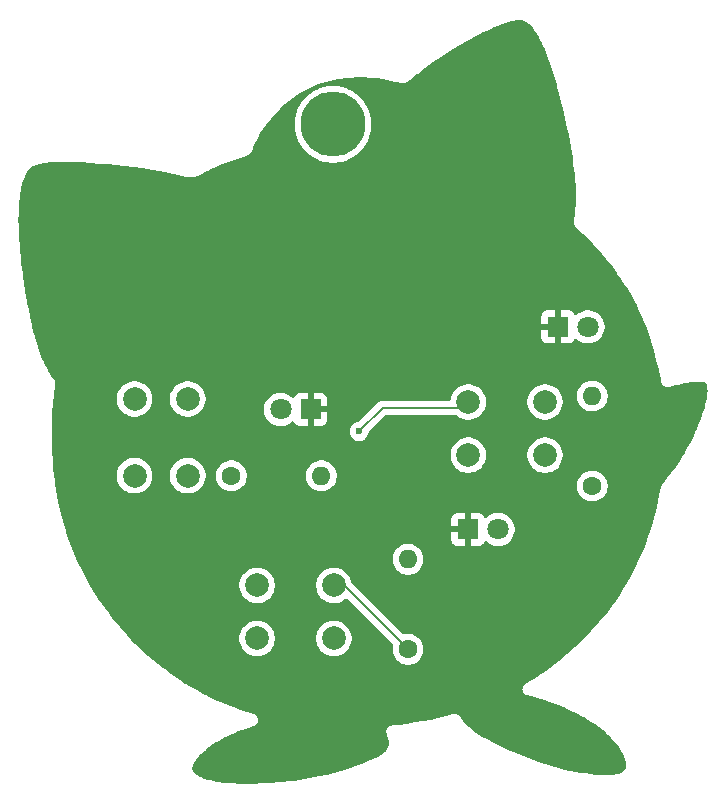
<source format=gtl>
G04 #@! TF.GenerationSoftware,KiCad,Pcbnew,8.99.0-3458-gcd40f6046b*
G04 #@! TF.CreationDate,2025-06-29T19:21:04+05:30*
G04 #@! TF.ProjectId,solder,736f6c64-6572-42e6-9b69-6361645f7063,rev?*
G04 #@! TF.SameCoordinates,Original*
G04 #@! TF.FileFunction,Copper,L1,Top*
G04 #@! TF.FilePolarity,Positive*
%FSLAX46Y46*%
G04 Gerber Fmt 4.6, Leading zero omitted, Abs format (unit mm)*
G04 Created by KiCad (PCBNEW 8.99.0-3458-gcd40f6046b) date 2025-06-29 19:21:04*
%MOMM*%
%LPD*%
G01*
G04 APERTURE LIST*
G04 #@! TA.AperFunction,ComponentPad*
%ADD10R,1.800000X1.800000*%
G04 #@! TD*
G04 #@! TA.AperFunction,ComponentPad*
%ADD11C,1.800000*%
G04 #@! TD*
G04 #@! TA.AperFunction,ComponentPad*
%ADD12O,1.600000X1.600000*%
G04 #@! TD*
G04 #@! TA.AperFunction,ComponentPad*
%ADD13C,1.600000*%
G04 #@! TD*
G04 #@! TA.AperFunction,ComponentPad*
%ADD14C,2.000000*%
G04 #@! TD*
G04 #@! TA.AperFunction,ViaPad*
%ADD15C,0.600000*%
G04 #@! TD*
G04 #@! TA.AperFunction,ViaPad*
%ADD16C,5.500000*%
G04 #@! TD*
G04 #@! TA.AperFunction,Conductor*
%ADD17C,0.200000*%
G04 #@! TD*
G04 APERTURE END LIST*
D10*
G04 #@! TO.P,D3,1,K*
G04 #@! TO.N,Net-(BT1--)*
X220345000Y-80645000D03*
D11*
G04 #@! TO.P,D3,2,A*
G04 #@! TO.N,Net-(D3-A)*
X222885000Y-80645000D03*
G04 #@! TD*
D12*
G04 #@! TO.P,R3,2*
G04 #@! TO.N,Net-(D3-A)*
X223250000Y-86500000D03*
D13*
G04 #@! TO.P,R3,1*
G04 #@! TO.N,Net-(R3-Pad1)*
X223250000Y-94120000D03*
G04 #@! TD*
D14*
G04 #@! TO.P,SW1,1,1*
G04 #@! TO.N,Net-(R1-Pad1)*
X189000000Y-93250000D03*
X189000000Y-86750000D03*
G04 #@! TO.P,SW1,2,2*
G04 #@! TO.N,Net-(BT1-+)*
X184500000Y-93250000D03*
X184500000Y-86750000D03*
G04 #@! TD*
G04 #@! TO.P,SW5,2,2*
G04 #@! TO.N,Net-(BT1-+)*
X194870000Y-107025000D03*
X201370000Y-107025000D03*
G04 #@! TO.P,SW5,1,1*
G04 #@! TO.N,Net-(R5-Pad1)*
X194870000Y-102525000D03*
X201370000Y-102525000D03*
G04 #@! TD*
G04 #@! TO.P,SW3,2,2*
G04 #@! TO.N,Net-(BT1-+)*
X219250000Y-87000000D03*
X212750000Y-87000000D03*
G04 #@! TO.P,SW3,1,1*
G04 #@! TO.N,Net-(R3-Pad1)*
X219250000Y-91500000D03*
X212750000Y-91500000D03*
G04 #@! TD*
D11*
G04 #@! TO.P,D1,2,A*
G04 #@! TO.N,Net-(D1-A)*
X196855000Y-87630000D03*
D10*
G04 #@! TO.P,D1,1,K*
G04 #@! TO.N,Net-(BT1--)*
X199395000Y-87630000D03*
G04 #@! TD*
D11*
G04 #@! TO.P,D5,2,A*
G04 #@! TO.N,Net-(D5-A)*
X215265000Y-97790000D03*
D10*
G04 #@! TO.P,D5,1,K*
G04 #@! TO.N,Net-(BT1--)*
X212725000Y-97790000D03*
G04 #@! TD*
D13*
G04 #@! TO.P,R5,1*
G04 #@! TO.N,Net-(R5-Pad1)*
X207645000Y-107950000D03*
D12*
G04 #@! TO.P,R5,2*
G04 #@! TO.N,Net-(D5-A)*
X207645000Y-100330000D03*
G04 #@! TD*
D13*
G04 #@! TO.P,R1,1*
G04 #@! TO.N,Net-(R1-Pad1)*
X192690000Y-93250000D03*
D12*
G04 #@! TO.P,R1,2*
G04 #@! TO.N,Net-(D1-A)*
X200310000Y-93250000D03*
G04 #@! TD*
D15*
G04 #@! TO.N,Net-(BT1-+)*
X203500000Y-89500000D03*
D16*
G04 #@! TO.N,*
X201295000Y-63500000D03*
G04 #@! TD*
D17*
G04 #@! TO.N,Net-(BT1-+)*
X205500000Y-87500000D02*
X212250000Y-87500000D01*
X212250000Y-87500000D02*
X212750000Y-87000000D01*
X203500000Y-89500000D02*
X205500000Y-87500000D01*
G04 #@! TO.N,Net-(R5-Pad1)*
X202220000Y-102525000D02*
X207645000Y-107950000D01*
X201370000Y-102525000D02*
X202220000Y-102525000D01*
G04 #@! TD*
G04 #@! TA.AperFunction,Conductor*
G04 #@! TO.N,Net-(BT1--)*
G36*
X217147641Y-54670276D02*
G01*
X217152348Y-54670371D01*
X217196756Y-54672124D01*
X217201668Y-54672416D01*
X217244347Y-54675811D01*
X217249393Y-54676317D01*
X217290436Y-54681295D01*
X217295654Y-54682042D01*
X217312093Y-54684749D01*
X217335281Y-54688569D01*
X217340548Y-54689555D01*
X217378918Y-54697613D01*
X217384265Y-54698862D01*
X217421517Y-54708440D01*
X217426887Y-54709951D01*
X217463259Y-54721086D01*
X217468617Y-54722862D01*
X217504288Y-54735602D01*
X217509617Y-54737645D01*
X217544804Y-54752080D01*
X217549993Y-54754350D01*
X217584935Y-54770613D01*
X217590026Y-54773128D01*
X217624842Y-54791331D01*
X217629738Y-54794035D01*
X217664653Y-54814374D01*
X217669392Y-54817281D01*
X217704502Y-54839914D01*
X217709020Y-54842970D01*
X217740243Y-54865114D01*
X217746711Y-54869701D01*
X217750136Y-54872220D01*
X217793642Y-54905375D01*
X217796278Y-54907440D01*
X217821298Y-54927607D01*
X217840560Y-54943133D01*
X217843082Y-54945222D01*
X217886497Y-54982149D01*
X217888893Y-54984240D01*
X217931593Y-55022489D01*
X217933858Y-55024569D01*
X217975865Y-55064118D01*
X217977995Y-55066172D01*
X218019361Y-55107023D01*
X218021368Y-55109051D01*
X218062185Y-55151259D01*
X218063993Y-55153170D01*
X218104247Y-55196670D01*
X218105999Y-55198604D01*
X218145711Y-55243373D01*
X218147339Y-55245245D01*
X218186658Y-55291399D01*
X218188122Y-55293151D01*
X218226937Y-55340510D01*
X218228332Y-55342244D01*
X218265216Y-55388932D01*
X218267087Y-55391361D01*
X218310079Y-55448661D01*
X218344540Y-55494591D01*
X218346709Y-55497573D01*
X218421685Y-55603949D01*
X218423298Y-55606295D01*
X218498699Y-55718667D01*
X218500140Y-55720864D01*
X218571828Y-55832755D01*
X218573785Y-55835912D01*
X218715686Y-56072720D01*
X218717961Y-56076681D01*
X218850305Y-56317211D01*
X218852216Y-56320824D01*
X218977613Y-56567659D01*
X218979183Y-56570865D01*
X219098434Y-56823510D01*
X219099725Y-56826335D01*
X219213738Y-57084440D01*
X219214768Y-57086842D01*
X219324370Y-57349821D01*
X219325170Y-57351787D01*
X219430595Y-57617464D01*
X219431448Y-57619674D01*
X219612677Y-58103114D01*
X219613649Y-58105802D01*
X219783306Y-58592204D01*
X219784133Y-58594657D01*
X219943940Y-59085550D01*
X219944637Y-59087761D01*
X220095616Y-59582788D01*
X220096197Y-59584749D01*
X220239436Y-60083747D01*
X220239912Y-60085453D01*
X220302555Y-60316056D01*
X220367907Y-60556631D01*
X220375970Y-60586310D01*
X220376506Y-60588351D01*
X220633899Y-61603864D01*
X220634406Y-61605941D01*
X220686346Y-61826877D01*
X220854293Y-62541271D01*
X220854745Y-62543267D01*
X221059189Y-63482186D01*
X221059625Y-63484275D01*
X221247827Y-64426306D01*
X221248243Y-64428489D01*
X221419554Y-65373838D01*
X221419944Y-65376109D01*
X221575154Y-66333740D01*
X221575486Y-66335911D01*
X221643919Y-66811291D01*
X221644174Y-66813163D01*
X221705322Y-67289258D01*
X221705584Y-67291450D01*
X221758076Y-67767031D01*
X221758327Y-67769547D01*
X221800961Y-68244418D01*
X221801183Y-68247254D01*
X221832828Y-68721695D01*
X221832998Y-68724849D01*
X221852624Y-69201836D01*
X221852698Y-69204141D01*
X221859481Y-69505247D01*
X221859508Y-69507077D01*
X221861838Y-69807172D01*
X221861831Y-69809767D01*
X221857935Y-70105685D01*
X221857845Y-70109050D01*
X221846089Y-70400527D01*
X221845854Y-70404655D01*
X221824437Y-70694899D01*
X221824122Y-70698465D01*
X221809828Y-70837389D01*
X221809530Y-70840012D01*
X221792039Y-70980558D01*
X221791658Y-70983357D01*
X221771071Y-71122784D01*
X221770596Y-71125752D01*
X221746743Y-71264013D01*
X221746162Y-71267141D01*
X221718848Y-71404353D01*
X221718149Y-71407632D01*
X221701594Y-71480455D01*
X221700111Y-71485488D01*
X221697656Y-71496531D01*
X221692671Y-71511058D01*
X221692968Y-71511154D01*
X221690478Y-71518888D01*
X221689291Y-71525395D01*
X221684755Y-71540533D01*
X221684966Y-71540592D01*
X221682791Y-71548423D01*
X221681838Y-71555189D01*
X221677842Y-71570866D01*
X221677977Y-71570898D01*
X221676137Y-71578814D01*
X221675446Y-71585885D01*
X221674176Y-71595204D01*
X221672661Y-71603853D01*
X221670636Y-71610075D01*
X221670229Y-71617737D01*
X221668940Y-71625102D01*
X221668468Y-71626055D01*
X221668350Y-71626919D01*
X221668270Y-71627835D01*
X221668077Y-71628922D01*
X221667846Y-71630613D01*
X221667504Y-71632151D01*
X221667164Y-71634067D01*
X221667529Y-71634118D01*
X221666291Y-71643066D01*
X221665924Y-71650625D01*
X221665418Y-71656202D01*
X221665010Y-71658443D01*
X221665107Y-71659639D01*
X221664530Y-71666011D01*
X221664237Y-71666751D01*
X221664351Y-71666762D01*
X221663490Y-71676335D01*
X221663507Y-71680165D01*
X221663290Y-71686846D01*
X221663058Y-71688501D01*
X221663199Y-71689660D01*
X221662941Y-71697662D01*
X221662664Y-71698501D01*
X221662536Y-71699918D01*
X221662688Y-71699925D01*
X221662289Y-71709768D01*
X221662313Y-71710161D01*
X221662536Y-71717983D01*
X221662413Y-71719252D01*
X221662606Y-71720420D01*
X221662848Y-71728847D01*
X221661689Y-71733254D01*
X221661692Y-71733369D01*
X221662630Y-71733360D01*
X221662731Y-71743828D01*
X221663252Y-71749446D01*
X221663188Y-71750660D01*
X221663502Y-71752144D01*
X221664170Y-71759340D01*
X221663303Y-71763770D01*
X221663515Y-71766842D01*
X221664232Y-71766799D01*
X221664845Y-71776981D01*
X221665503Y-71781353D01*
X221665495Y-71782651D01*
X221665976Y-71784495D01*
X221666954Y-71790990D01*
X221666354Y-71795367D01*
X221666909Y-71800064D01*
X221667492Y-71800000D01*
X221668705Y-71810915D01*
X221670799Y-71822951D01*
X221670203Y-71823054D01*
X221671828Y-71832718D01*
X221672364Y-71832632D01*
X221674176Y-71843804D01*
X221676782Y-71855378D01*
X221676186Y-71855512D01*
X221678188Y-71864640D01*
X221678763Y-71864518D01*
X221681262Y-71876223D01*
X221684464Y-71887727D01*
X221683760Y-71887922D01*
X221685787Y-71895393D01*
X221686512Y-71895202D01*
X221689444Y-71906297D01*
X221691014Y-71910870D01*
X221691231Y-71911988D01*
X221691801Y-71913160D01*
X221694264Y-71920330D01*
X221694464Y-71924768D01*
X221694571Y-71925096D01*
X221695516Y-71924799D01*
X221698722Y-71934983D01*
X221698784Y-71935130D01*
X221701432Y-71942123D01*
X221701770Y-71943492D01*
X221702348Y-71944542D01*
X221705462Y-71952763D01*
X221705486Y-71953085D01*
X221706011Y-71954240D01*
X221711052Y-71968079D01*
X221711048Y-71968080D01*
X221716262Y-71979668D01*
X221716298Y-71979733D01*
X221719045Y-71985566D01*
X221719373Y-71986797D01*
X221720755Y-71989199D01*
X221722931Y-71993819D01*
X221723212Y-71995627D01*
X221725552Y-72000704D01*
X221729638Y-72008705D01*
X221730911Y-72011331D01*
X221731199Y-72011787D01*
X221740984Y-72030783D01*
X221741430Y-72031870D01*
X221742352Y-72033480D01*
X221742352Y-72033481D01*
X221742390Y-72033547D01*
X221744235Y-72036252D01*
X221751050Y-72049181D01*
X221751468Y-72048952D01*
X221754131Y-72053802D01*
X221756243Y-72057969D01*
X221761093Y-72065590D01*
X221761034Y-72065627D01*
X221768267Y-72076211D01*
X221770795Y-72080826D01*
X221771276Y-72081914D01*
X221771633Y-72082357D01*
X221772296Y-72083567D01*
X221772965Y-72084456D01*
X221777232Y-72090545D01*
X221777100Y-72090637D01*
X221786607Y-72103615D01*
X221787438Y-72105059D01*
X221788805Y-72107434D01*
X221791378Y-72110797D01*
X221794415Y-72114688D01*
X221794756Y-72115362D01*
X221796230Y-72117012D01*
X221798769Y-72120264D01*
X221799343Y-72121713D01*
X221803874Y-72127729D01*
X221810472Y-72135675D01*
X221810257Y-72135853D01*
X221815734Y-72141949D01*
X221816699Y-72143246D01*
X221816713Y-72143270D01*
X221816732Y-72143289D01*
X221820783Y-72148731D01*
X221826991Y-72155673D01*
X221826632Y-72155993D01*
X221836556Y-72166715D01*
X221837776Y-72168378D01*
X221843398Y-72174247D01*
X221843372Y-72174270D01*
X221853664Y-72184409D01*
X221860958Y-72193227D01*
X221861961Y-72194455D01*
X221863522Y-72196392D01*
X221864168Y-72197008D01*
X221882698Y-72213798D01*
X221892912Y-72225231D01*
X221897300Y-72229008D01*
X221905298Y-72235204D01*
X221908213Y-72237857D01*
X221919392Y-72249414D01*
X221923838Y-72252080D01*
X221932959Y-72260382D01*
X221933575Y-72261394D01*
X221936086Y-72263329D01*
X221942605Y-72269689D01*
X221948004Y-72273727D01*
X221958193Y-72282234D01*
X221980336Y-72302829D01*
X221985015Y-72306621D01*
X222214880Y-72518082D01*
X222216228Y-72519340D01*
X222492853Y-72781520D01*
X222494208Y-72782825D01*
X222766487Y-73048841D01*
X222767848Y-73050191D01*
X223035765Y-73320166D01*
X223037128Y-73321562D01*
X223300668Y-73595619D01*
X223302033Y-73597060D01*
X223561050Y-73875197D01*
X223562383Y-73876653D01*
X223816796Y-74158928D01*
X223818157Y-74160463D01*
X224067277Y-74446236D01*
X224068827Y-74448050D01*
X224411210Y-74856803D01*
X224413005Y-74858998D01*
X224735425Y-75262810D01*
X224743521Y-75272949D01*
X224745324Y-75275263D01*
X224994140Y-75602530D01*
X225064657Y-75695280D01*
X225066428Y-75697669D01*
X225374562Y-76123795D01*
X225376291Y-76126247D01*
X225673234Y-76558553D01*
X225674916Y-76561067D01*
X225960639Y-76999583D01*
X225962269Y-77002154D01*
X226236720Y-77446874D01*
X226238296Y-77449499D01*
X226501481Y-77900509D01*
X226502997Y-77903183D01*
X226754890Y-78360525D01*
X226756344Y-78363245D01*
X226996898Y-78826925D01*
X226998287Y-78829685D01*
X227227534Y-79299867D01*
X227228853Y-79302661D01*
X227446685Y-79779227D01*
X227447934Y-79782052D01*
X227654369Y-80265160D01*
X227655545Y-80268009D01*
X227850576Y-80757769D01*
X227851677Y-80760637D01*
X228035197Y-81256931D01*
X228036222Y-81259812D01*
X228208484Y-81763512D01*
X228209342Y-81766113D01*
X228338850Y-82174004D01*
X228339546Y-82176272D01*
X228461343Y-82586956D01*
X228461994Y-82589229D01*
X228575877Y-83001941D01*
X228576482Y-83004218D01*
X228682468Y-83418881D01*
X228683026Y-83421158D01*
X228761421Y-83753983D01*
X228781171Y-83837829D01*
X228781684Y-83840103D01*
X228872023Y-84258769D01*
X228872491Y-84261039D01*
X228955079Y-84681761D01*
X228955501Y-84684022D01*
X229025145Y-85077275D01*
X229025667Y-85080466D01*
X229027047Y-85089647D01*
X229026864Y-85092175D01*
X229029475Y-85105802D01*
X229029847Y-85108273D01*
X229029743Y-85109024D01*
X229030479Y-85114688D01*
X229033073Y-85127491D01*
X229034735Y-85139278D01*
X229035016Y-85140589D01*
X229037422Y-85151822D01*
X229039311Y-85164208D01*
X229042086Y-85176461D01*
X229042838Y-85180023D01*
X229044425Y-85188135D01*
X229044376Y-85190000D01*
X229046667Y-85199587D01*
X229047162Y-85202113D01*
X229047146Y-85202276D01*
X229047586Y-85204394D01*
X229049123Y-85213108D01*
X229049375Y-85214824D01*
X229050468Y-85218676D01*
X229052241Y-85225698D01*
X229053795Y-85232700D01*
X229054648Y-85237148D01*
X229055340Y-85243695D01*
X229055478Y-85243674D01*
X229056709Y-85251707D01*
X229056796Y-85252006D01*
X229058258Y-85257501D01*
X229060248Y-85265737D01*
X229060355Y-85267886D01*
X229062012Y-85273039D01*
X229063094Y-85277514D01*
X229063073Y-85277933D01*
X229063857Y-85280875D01*
X229064597Y-85284361D01*
X229067505Y-85292581D01*
X229071540Y-85306541D01*
X229073072Y-85313305D01*
X229076805Y-85325628D01*
X229079631Y-85337444D01*
X229083697Y-85350295D01*
X229086549Y-85361593D01*
X229087593Y-85364220D01*
X229089334Y-85367717D01*
X229092624Y-85375193D01*
X229093511Y-85378243D01*
X229095172Y-85380985D01*
X229098430Y-85388387D01*
X229098451Y-85388551D01*
X229104194Y-85400681D01*
X229103824Y-85400855D01*
X229104232Y-85401685D01*
X229104869Y-85401361D01*
X229109269Y-85410003D01*
X229114193Y-85418066D01*
X229117318Y-85423859D01*
X229117319Y-85423861D01*
X229130630Y-85442291D01*
X229138380Y-85454454D01*
X229140392Y-85458058D01*
X229150779Y-85476670D01*
X229155631Y-85483186D01*
X229155498Y-85483284D01*
X229160807Y-85489830D01*
X229164947Y-85495986D01*
X229170637Y-85507113D01*
X229177667Y-85514897D01*
X229182600Y-85522232D01*
X229183121Y-85523880D01*
X229186731Y-85528810D01*
X229187560Y-85530227D01*
X229187664Y-85530361D01*
X229191698Y-85534495D01*
X229191727Y-85534542D01*
X229191958Y-85534762D01*
X229193601Y-85536445D01*
X229193877Y-85536966D01*
X229196847Y-85540099D01*
X229202756Y-85545429D01*
X229206870Y-85549314D01*
X229221813Y-85564083D01*
X229226675Y-85569169D01*
X229258959Y-85604918D01*
X229258958Y-85604918D01*
X229260341Y-85605813D01*
X229260342Y-85605814D01*
X229265931Y-85609432D01*
X229271049Y-85612745D01*
X229281292Y-85622868D01*
X229326195Y-85648443D01*
X229329144Y-85650352D01*
X229329153Y-85650358D01*
X229350773Y-85664353D01*
X229369589Y-85676533D01*
X229383290Y-85680962D01*
X229395804Y-85688090D01*
X229445802Y-85701173D01*
X229449149Y-85702255D01*
X229488270Y-85714903D01*
X229494982Y-85717073D01*
X229496616Y-85717156D01*
X229521714Y-85721038D01*
X229523296Y-85721452D01*
X229574993Y-85721149D01*
X229626596Y-85723778D01*
X229640672Y-85720764D01*
X229655078Y-85720680D01*
X229701571Y-85707928D01*
X229708337Y-85706277D01*
X230252961Y-85589685D01*
X230252969Y-85589726D01*
X230253148Y-85589645D01*
X230531405Y-85530531D01*
X230531991Y-85530408D01*
X230807787Y-85473352D01*
X230808775Y-85473153D01*
X230989389Y-85437850D01*
X230991022Y-85437541D01*
X231170359Y-85405008D01*
X231172227Y-85404685D01*
X231350117Y-85375452D01*
X231352376Y-85375103D01*
X231528805Y-85349652D01*
X231531485Y-85349297D01*
X231706462Y-85328084D01*
X231709591Y-85327745D01*
X231883225Y-85311200D01*
X231886634Y-85310925D01*
X232058987Y-85299469D01*
X232062883Y-85299272D01*
X232234718Y-85293288D01*
X232238596Y-85293216D01*
X232290206Y-85293086D01*
X232293966Y-85293136D01*
X232347261Y-85294662D01*
X232350564Y-85294802D01*
X232406584Y-85297919D01*
X232409385Y-85298106D01*
X232468075Y-85302712D01*
X232470295Y-85302908D01*
X232531619Y-85308876D01*
X232533236Y-85309046D01*
X232596028Y-85316086D01*
X232597606Y-85316274D01*
X232728313Y-85332777D01*
X232731303Y-85333192D01*
X232741144Y-85334683D01*
X232745291Y-85335385D01*
X232751200Y-85336492D01*
X232755449Y-85337367D01*
X232760372Y-85338472D01*
X232764634Y-85339510D01*
X232768704Y-85340580D01*
X232772977Y-85341788D01*
X232776224Y-85342772D01*
X232780560Y-85344174D01*
X232783079Y-85345042D01*
X232787471Y-85346649D01*
X232788709Y-85347129D01*
X232789333Y-85347371D01*
X232793657Y-85349142D01*
X232794396Y-85349461D01*
X232794856Y-85349660D01*
X232795021Y-85349731D01*
X232799481Y-85351763D01*
X232800459Y-85352232D01*
X232804669Y-85354350D01*
X232805403Y-85354737D01*
X232827026Y-85369232D01*
X232831454Y-85372930D01*
X232838166Y-85378966D01*
X232839684Y-85380435D01*
X232841348Y-85382045D01*
X232847362Y-85388287D01*
X232851874Y-85393310D01*
X232857198Y-85399650D01*
X232863080Y-85407150D01*
X232867689Y-85413423D01*
X232874839Y-85423823D01*
X232878801Y-85429966D01*
X232887035Y-85443599D01*
X232890390Y-85449514D01*
X232899469Y-85466604D01*
X232902282Y-85472243D01*
X232905273Y-85478642D01*
X232911899Y-85492817D01*
X232914251Y-85498173D01*
X232924480Y-85523053D01*
X232926327Y-85527825D01*
X232938925Y-85562467D01*
X232940528Y-85567164D01*
X232941343Y-85569720D01*
X232951788Y-85602468D01*
X232953163Y-85607088D01*
X232963149Y-85643188D01*
X232964299Y-85647673D01*
X232973045Y-85684656D01*
X232973992Y-85689009D01*
X232981540Y-85727009D01*
X232982302Y-85731226D01*
X232988664Y-85770273D01*
X232989254Y-85774312D01*
X232994457Y-85814550D01*
X232994892Y-85818384D01*
X232998951Y-85859892D01*
X232999252Y-85863518D01*
X233002168Y-85906249D01*
X233002354Y-85909661D01*
X233004143Y-85953726D01*
X233004231Y-85956898D01*
X233004911Y-86002273D01*
X233004920Y-86005230D01*
X233004535Y-86048680D01*
X233004437Y-86052641D01*
X233000320Y-86153457D01*
X233000052Y-86157981D01*
X232992173Y-86259613D01*
X232991825Y-86263363D01*
X232975305Y-86416096D01*
X232974909Y-86419356D01*
X232954214Y-86572614D01*
X232953754Y-86575718D01*
X232929164Y-86728549D01*
X232928655Y-86731492D01*
X232900286Y-86884254D01*
X232899737Y-86887029D01*
X232867821Y-87039435D01*
X232867247Y-87042039D01*
X232832542Y-87191652D01*
X232831660Y-87195211D01*
X232750509Y-87503357D01*
X232749335Y-87507522D01*
X232657427Y-87812831D01*
X232656325Y-87816304D01*
X232554250Y-88122485D01*
X232553280Y-88125282D01*
X232442626Y-88432549D01*
X232441835Y-88434686D01*
X232324583Y-88742411D01*
X232323790Y-88744437D01*
X232211147Y-89025163D01*
X232210242Y-89027358D01*
X232092616Y-89304996D01*
X232091688Y-89307131D01*
X231968998Y-89582230D01*
X231968051Y-89584302D01*
X231841551Y-89854487D01*
X231840105Y-89857469D01*
X231569133Y-90398110D01*
X231567169Y-90401868D01*
X231278932Y-90930982D01*
X231276954Y-90934478D01*
X230971107Y-91455041D01*
X230969140Y-91458275D01*
X230646576Y-91970802D01*
X230644642Y-91973779D01*
X230306268Y-92478756D01*
X230304388Y-92481482D01*
X229950362Y-92980469D01*
X229948885Y-92982507D01*
X229778151Y-93213086D01*
X229777273Y-93214257D01*
X229601775Y-93445511D01*
X229601017Y-93446499D01*
X229422495Y-93676896D01*
X229421861Y-93677707D01*
X229285026Y-93851308D01*
X229276538Y-93860851D01*
X229265415Y-93875313D01*
X229255557Y-93885473D01*
X229255978Y-93885869D01*
X229250410Y-93891790D01*
X229240351Y-93905773D01*
X229230727Y-93916351D01*
X229231140Y-93916715D01*
X229225768Y-93922815D01*
X229216246Y-93937005D01*
X229213673Y-93940693D01*
X229206656Y-93950369D01*
X229202160Y-93954570D01*
X229193200Y-93968929D01*
X229190674Y-93972414D01*
X229190353Y-93972661D01*
X229188580Y-93975217D01*
X229180071Y-93986281D01*
X229173491Y-93997658D01*
X229167356Y-94007224D01*
X229167018Y-94007700D01*
X229159905Y-94017589D01*
X229159775Y-94017930D01*
X229158381Y-94019900D01*
X229152566Y-94030786D01*
X229146169Y-94041440D01*
X229138637Y-94052666D01*
X229132790Y-94064563D01*
X229127293Y-94074557D01*
X229126996Y-94075041D01*
X229120422Y-94085580D01*
X229120293Y-94086002D01*
X229119246Y-94087714D01*
X229114198Y-94098923D01*
X229108482Y-94110072D01*
X229102349Y-94120677D01*
X229101704Y-94122211D01*
X229101468Y-94122522D01*
X229096677Y-94134179D01*
X229096464Y-94134689D01*
X229096347Y-94134832D01*
X229091519Y-94145082D01*
X229085447Y-94156451D01*
X229080738Y-94169071D01*
X229075851Y-94180407D01*
X229070200Y-94191905D01*
X229067715Y-94199244D01*
X229067637Y-94199536D01*
X229065882Y-94204746D01*
X229061435Y-94216076D01*
X229055961Y-94228231D01*
X229053779Y-94235476D01*
X229053473Y-94236796D01*
X229052299Y-94240678D01*
X229048307Y-94251900D01*
X229046495Y-94256311D01*
X229046363Y-94256585D01*
X229043014Y-94264764D01*
X229041101Y-94271989D01*
X229040636Y-94274335D01*
X229039995Y-94276715D01*
X229036439Y-94287814D01*
X229035501Y-94290328D01*
X229035105Y-94291224D01*
X229035151Y-94291242D01*
X229031455Y-94300923D01*
X229029681Y-94308627D01*
X229029109Y-94312066D01*
X229028901Y-94312939D01*
X229025821Y-94323687D01*
X229025435Y-94324836D01*
X229024741Y-94326498D01*
X229024815Y-94326524D01*
X229021105Y-94337136D01*
X229019276Y-94346447D01*
X229018678Y-94346329D01*
X229016327Y-94359490D01*
X229013668Y-94368394D01*
X229013148Y-94369501D01*
X229012858Y-94371108D01*
X229011602Y-94375316D01*
X229010277Y-94383393D01*
X229009646Y-94383289D01*
X229007603Y-94397011D01*
X229003506Y-94412228D01*
X229002435Y-94420289D01*
X229002178Y-94420254D01*
X229001587Y-94426869D01*
X229000966Y-94430349D01*
X228996532Y-94448988D01*
X228996683Y-94454356D01*
X228994446Y-94466896D01*
X228994000Y-94467790D01*
X228993768Y-94470399D01*
X228990615Y-94485535D01*
X228990011Y-94493639D01*
X228989328Y-94493588D01*
X228988705Y-94505117D01*
X228988565Y-94505959D01*
X228985690Y-94521923D01*
X228985765Y-94522831D01*
X228984410Y-94531001D01*
X228984325Y-94531175D01*
X228984223Y-94532098D01*
X228913699Y-94934712D01*
X228913240Y-94937184D01*
X228821720Y-95403787D01*
X228821211Y-95406252D01*
X228720318Y-95870540D01*
X228719759Y-95872993D01*
X228609510Y-96334947D01*
X228608901Y-96337386D01*
X228489323Y-96796958D01*
X228488667Y-96799381D01*
X228359712Y-97256791D01*
X228359008Y-97259193D01*
X228220735Y-97714277D01*
X228219986Y-97716656D01*
X228072609Y-98168801D01*
X228071722Y-98171422D01*
X227879013Y-98720727D01*
X227877933Y-98723686D01*
X227672642Y-99264468D01*
X227671478Y-99267419D01*
X227453400Y-99800385D01*
X227452155Y-99803321D01*
X227221197Y-100328787D01*
X227219870Y-100331702D01*
X226976144Y-100849490D01*
X226974739Y-100852377D01*
X226718237Y-101362587D01*
X226716756Y-101365441D01*
X226447482Y-101868131D01*
X226445926Y-101870947D01*
X226163884Y-102366170D01*
X226162258Y-102368941D01*
X225867456Y-102856727D01*
X225865763Y-102859448D01*
X225558222Y-103339817D01*
X225556466Y-103342483D01*
X225236207Y-103815445D01*
X225234393Y-103818052D01*
X224901372Y-104283707D01*
X224899503Y-104286251D01*
X224553759Y-104744579D01*
X224551842Y-104747055D01*
X224193354Y-105198116D01*
X224191392Y-105200522D01*
X223820161Y-105644335D01*
X223818160Y-105646668D01*
X223433542Y-106083989D01*
X223431791Y-106085939D01*
X223120026Y-106425667D01*
X223118501Y-106427298D01*
X222800859Y-106761161D01*
X222799296Y-106762774D01*
X222476351Y-107090125D01*
X222474748Y-107091721D01*
X222146472Y-107412555D01*
X222144832Y-107414129D01*
X221811168Y-107728476D01*
X221809490Y-107730027D01*
X221470622Y-108037690D01*
X221468910Y-108039217D01*
X221124525Y-108340457D01*
X221122777Y-108341957D01*
X220773086Y-108636554D01*
X220771306Y-108638025D01*
X220416177Y-108926069D01*
X220414366Y-108927510D01*
X220053823Y-109208953D01*
X220051982Y-109210363D01*
X219686010Y-109485189D01*
X219684142Y-109486564D01*
X219312663Y-109754806D01*
X219310770Y-109756147D01*
X218933773Y-110017783D01*
X218931855Y-110019087D01*
X218549469Y-110274002D01*
X218547530Y-110275269D01*
X218159510Y-110523597D01*
X218157552Y-110524825D01*
X217821999Y-110730862D01*
X217821798Y-110730985D01*
X217814922Y-110735188D01*
X217814755Y-110735239D01*
X217801348Y-110743488D01*
X217800933Y-110743742D01*
X217800852Y-110743763D01*
X217788593Y-110750360D01*
X217787800Y-110750729D01*
X217774129Y-110759425D01*
X217761582Y-110766420D01*
X217760922Y-110766738D01*
X217725548Y-110789982D01*
X217722550Y-110791891D01*
X217716691Y-110795504D01*
X217716007Y-110795737D01*
X217712199Y-110798274D01*
X217710323Y-110799432D01*
X217710308Y-110799435D01*
X217710129Y-110799551D01*
X217696592Y-110807865D01*
X217695734Y-110808472D01*
X217682441Y-110816652D01*
X217681776Y-110817193D01*
X217670142Y-110825579D01*
X217656466Y-110834280D01*
X217655902Y-110834753D01*
X217644376Y-110843323D01*
X217630359Y-110852535D01*
X217604741Y-110869369D01*
X217599964Y-110872979D01*
X217592578Y-110877843D01*
X217580916Y-110884643D01*
X217552593Y-110899152D01*
X217552588Y-110899155D01*
X217539172Y-110911287D01*
X217524218Y-110922864D01*
X217509104Y-110932819D01*
X217487959Y-110956607D01*
X217478456Y-110966192D01*
X217454850Y-110987540D01*
X217454843Y-110987548D01*
X217445023Y-111002740D01*
X217445022Y-111002739D01*
X217439868Y-111010712D01*
X217421555Y-111031318D01*
X217404264Y-111065797D01*
X217400596Y-111071473D01*
X217400588Y-111071488D01*
X217383309Y-111098222D01*
X217377755Y-111115439D01*
X217370591Y-111132944D01*
X217362483Y-111149113D01*
X217362478Y-111149128D01*
X217356063Y-111180294D01*
X217354699Y-111186922D01*
X217342855Y-111223644D01*
X217341470Y-111251180D01*
X217339557Y-111260474D01*
X217339557Y-111260476D01*
X217335910Y-111278194D01*
X217335910Y-111278202D01*
X217337779Y-111309969D01*
X217337837Y-111323474D01*
X217336239Y-111355260D01*
X217336240Y-111355268D01*
X217340037Y-111372945D01*
X217342587Y-111391690D01*
X217343651Y-111409751D01*
X217343651Y-111409754D01*
X217350644Y-111430815D01*
X217355812Y-111446380D01*
X217363917Y-111484107D01*
X217376483Y-111508639D01*
X217379473Y-111517643D01*
X217379477Y-111517651D01*
X217385181Y-111534829D01*
X217402685Y-111561407D01*
X217406408Y-111567061D01*
X217423998Y-111601399D01*
X217442490Y-111621849D01*
X217447711Y-111629776D01*
X217447714Y-111629779D01*
X217457663Y-111644885D01*
X217486505Y-111670521D01*
X217512389Y-111699144D01*
X217535549Y-111714114D01*
X217542646Y-111720422D01*
X217542646Y-111720423D01*
X217552340Y-111729038D01*
X217556162Y-111732435D01*
X217556165Y-111732436D01*
X217556167Y-111732438D01*
X217584616Y-111746704D01*
X217590665Y-111749737D01*
X217623067Y-111770681D01*
X217649308Y-111779145D01*
X217673964Y-111791509D01*
X217703415Y-111797571D01*
X217717705Y-111801415D01*
X217729784Y-111805451D01*
X217739660Y-111809429D01*
X217754292Y-111814158D01*
X217767566Y-111819307D01*
X217768971Y-111819947D01*
X217768973Y-111819947D01*
X217768974Y-111819948D01*
X217780994Y-111823620D01*
X217793676Y-111828263D01*
X217798686Y-111830413D01*
X217798689Y-111830415D01*
X217810620Y-111833775D01*
X217811965Y-111834162D01*
X217819831Y-111836478D01*
X217820704Y-111836990D01*
X217834247Y-111840722D01*
X217835197Y-111841002D01*
X217835332Y-111841089D01*
X217839927Y-111842499D01*
X217844852Y-111844165D01*
X217848762Y-111845201D01*
X217864009Y-111850295D01*
X217874323Y-111852949D01*
X217885676Y-111856619D01*
X217887020Y-111857054D01*
X217888533Y-111857332D01*
X217902363Y-111860702D01*
X217914573Y-111864433D01*
X217914574Y-111864433D01*
X217919942Y-111865330D01*
X217930982Y-111867695D01*
X217931991Y-111867959D01*
X217944951Y-111871610D01*
X217945948Y-111871622D01*
X217953845Y-111873695D01*
X217954069Y-111873830D01*
X217955305Y-111874088D01*
X218449279Y-112010236D01*
X218582801Y-112047037D01*
X218587056Y-112048293D01*
X219264706Y-112261425D01*
X219268975Y-112262853D01*
X219388335Y-112305213D01*
X219936421Y-112499725D01*
X219940654Y-112501315D01*
X220597752Y-112762087D01*
X220601993Y-112763862D01*
X220833192Y-112865702D01*
X221248661Y-113048710D01*
X221252868Y-113050658D01*
X221889099Y-113359807D01*
X221893231Y-113361911D01*
X222480243Y-113674922D01*
X222518966Y-113695570D01*
X222523039Y-113697841D01*
X223140293Y-114057443D01*
X223143416Y-114059327D01*
X223313738Y-114165530D01*
X223316015Y-114166986D01*
X223484997Y-114277852D01*
X223487357Y-114279442D01*
X223652902Y-114393715D01*
X223655327Y-114395432D01*
X223817340Y-114513097D01*
X223819710Y-114514862D01*
X223978367Y-114636106D01*
X223980762Y-114637985D01*
X224135884Y-114762734D01*
X224138264Y-114764697D01*
X224289885Y-114893041D01*
X224292219Y-114895069D01*
X224440290Y-115027041D01*
X224442593Y-115029149D01*
X224587061Y-115164767D01*
X224589351Y-115166973D01*
X224611399Y-115188783D01*
X224730210Y-115306310D01*
X224732494Y-115308630D01*
X224869710Y-115451731D01*
X224871853Y-115454026D01*
X225001602Y-115596770D01*
X225005381Y-115600927D01*
X225007588Y-115603423D01*
X225137387Y-115754169D01*
X225139540Y-115756739D01*
X225265578Y-115911383D01*
X225267672Y-115914024D01*
X225389936Y-116072654D01*
X225391964Y-116075360D01*
X225509965Y-116237413D01*
X225512101Y-116240441D01*
X225620233Y-116398670D01*
X225622150Y-116401561D01*
X225670400Y-116476586D01*
X225671782Y-116478786D01*
X225719138Y-116555927D01*
X225720561Y-116558304D01*
X225765549Y-116635464D01*
X225767011Y-116638045D01*
X225809399Y-116715018D01*
X225810931Y-116717888D01*
X225850675Y-116794767D01*
X225852226Y-116797873D01*
X225889286Y-116874763D01*
X225890819Y-116878069D01*
X225916614Y-116935931D01*
X225925098Y-116954963D01*
X225926630Y-116958551D01*
X225958065Y-117035490D01*
X225959556Y-117039319D01*
X225988126Y-117116451D01*
X225989551Y-117120513D01*
X226015181Y-117197852D01*
X226016508Y-117202115D01*
X226039171Y-117279818D01*
X226040381Y-117284277D01*
X226060047Y-117362541D01*
X226061124Y-117367206D01*
X226077712Y-117446053D01*
X226078633Y-117450914D01*
X226092210Y-117531230D01*
X226092923Y-117536013D01*
X226099118Y-117583973D01*
X226099593Y-117588229D01*
X226104363Y-117638867D01*
X226104671Y-117642794D01*
X226107949Y-117695464D01*
X226108120Y-117699073D01*
X226109916Y-117753456D01*
X226109981Y-117756752D01*
X226110341Y-117812786D01*
X226110325Y-117815782D01*
X226109304Y-117873352D01*
X226109226Y-117876054D01*
X226106902Y-117934809D01*
X226106782Y-117937237D01*
X226103881Y-117986236D01*
X226089691Y-118036918D01*
X226088491Y-118039185D01*
X226085793Y-118044019D01*
X226082436Y-118049729D01*
X226079761Y-118054072D01*
X226075031Y-118061409D01*
X226072403Y-118065320D01*
X226066201Y-118074182D01*
X226063654Y-118077689D01*
X226055891Y-118087995D01*
X226053458Y-118091120D01*
X226044137Y-118102705D01*
X226041839Y-118105478D01*
X226030950Y-118118235D01*
X226028799Y-118120689D01*
X226016343Y-118134527D01*
X226014354Y-118136684D01*
X226003418Y-118148270D01*
X226000406Y-118151351D01*
X225961927Y-118189373D01*
X225958270Y-118192842D01*
X225920542Y-118227194D01*
X225916673Y-118230573D01*
X225878430Y-118262600D01*
X225874377Y-118265853D01*
X225835612Y-118295645D01*
X225831384Y-118298754D01*
X225791958Y-118326482D01*
X225787584Y-118329421D01*
X225747381Y-118355214D01*
X225742884Y-118357966D01*
X225701821Y-118381910D01*
X225697229Y-118384459D01*
X225655145Y-118406666D01*
X225650483Y-118409002D01*
X225607284Y-118429524D01*
X225602575Y-118431642D01*
X225558069Y-118450556D01*
X225553357Y-118452446D01*
X225507413Y-118469787D01*
X225502718Y-118471451D01*
X225501724Y-118471782D01*
X225455303Y-118487199D01*
X225450639Y-118488646D01*
X225401523Y-118502837D01*
X225396924Y-118504071D01*
X225346080Y-118516668D01*
X225341569Y-118517697D01*
X225288801Y-118528699D01*
X225284385Y-118529536D01*
X225230861Y-118538685D01*
X225226128Y-118539400D01*
X225028105Y-118565429D01*
X225023354Y-118565961D01*
X224824625Y-118584324D01*
X224820128Y-118584657D01*
X224620040Y-118595828D01*
X224615819Y-118595992D01*
X224414243Y-118600368D01*
X224410317Y-118600391D01*
X224207280Y-118598369D01*
X224203661Y-118598280D01*
X223999044Y-118590264D01*
X223995734Y-118590090D01*
X223789614Y-118576490D01*
X223786620Y-118576256D01*
X223579076Y-118557504D01*
X223576334Y-118557225D01*
X223139795Y-118507980D01*
X223137076Y-118507643D01*
X222702782Y-118448906D01*
X222700121Y-118448517D01*
X222268011Y-118380505D01*
X222265416Y-118380068D01*
X221835401Y-118302999D01*
X221832872Y-118302519D01*
X221404825Y-118216595D01*
X221402365Y-118216075D01*
X220979292Y-118122190D01*
X220975748Y-118121349D01*
X220126291Y-117906481D01*
X220121818Y-117905260D01*
X219282694Y-117659280D01*
X219278528Y-117657979D01*
X218446198Y-117381835D01*
X218442344Y-117380485D01*
X217616526Y-117075963D01*
X217612981Y-117074594D01*
X216791298Y-116742652D01*
X216788850Y-116741633D01*
X216113239Y-116451751D01*
X216111671Y-116451065D01*
X215778391Y-116302584D01*
X215776912Y-116301913D01*
X215446108Y-116149315D01*
X215444311Y-116148469D01*
X215117583Y-115991353D01*
X215115475Y-115990314D01*
X214793406Y-115827855D01*
X214790998Y-115826607D01*
X214474134Y-115657980D01*
X214471439Y-115656503D01*
X214158689Y-115479982D01*
X214156262Y-115478576D01*
X214111015Y-115451671D01*
X213998813Y-115384952D01*
X213941608Y-115350936D01*
X213939220Y-115349479D01*
X213728865Y-115217884D01*
X213726051Y-115216071D01*
X213703680Y-115201221D01*
X213519710Y-115079100D01*
X213517417Y-115077540D01*
X213508584Y-115071379D01*
X213419683Y-115009368D01*
X213418046Y-115008205D01*
X213320227Y-114937494D01*
X213318452Y-114936185D01*
X213222600Y-114864238D01*
X213220720Y-114862799D01*
X213142003Y-114801330D01*
X213126704Y-114789383D01*
X213124775Y-114787845D01*
X213124496Y-114787618D01*
X213043814Y-114721948D01*
X213032801Y-114712984D01*
X213030773Y-114711297D01*
X212940905Y-114634914D01*
X212938811Y-114633094D01*
X212851046Y-114555050D01*
X212848900Y-114553096D01*
X212763219Y-114473237D01*
X212761027Y-114471143D01*
X212758960Y-114469120D01*
X212677652Y-114389535D01*
X212675438Y-114387313D01*
X212673350Y-114385163D01*
X212595126Y-114304604D01*
X212592541Y-114301859D01*
X212572061Y-114279442D01*
X212529574Y-114232937D01*
X212527209Y-114230272D01*
X212488781Y-114185694D01*
X212464219Y-114157201D01*
X212462487Y-114155145D01*
X212397819Y-114076661D01*
X212396605Y-114075164D01*
X212329882Y-113991571D01*
X212329141Y-113990634D01*
X212225850Y-113858461D01*
X212225638Y-113857963D01*
X212185302Y-113806575D01*
X212154448Y-113767094D01*
X212149915Y-113760516D01*
X212108590Y-113708835D01*
X212107894Y-113707957D01*
X212067387Y-113656348D01*
X212060802Y-113649070D01*
X212059013Y-113646832D01*
X212048191Y-113630898D01*
X212039660Y-113615960D01*
X212039659Y-113615959D01*
X212039657Y-113615955D01*
X212035322Y-113611579D01*
X212016635Y-113592715D01*
X212016635Y-113592716D01*
X212011999Y-113588036D01*
X211987466Y-113557354D01*
X211965825Y-113541425D01*
X211959022Y-113534558D01*
X211959021Y-113534556D01*
X211946915Y-113522336D01*
X211946913Y-113522334D01*
X211918654Y-113505840D01*
X211918654Y-113505839D01*
X211912963Y-113502517D01*
X211881331Y-113479236D01*
X211856307Y-113469452D01*
X211847956Y-113464579D01*
X211847955Y-113464577D01*
X211847953Y-113464577D01*
X211833094Y-113455904D01*
X211833090Y-113455902D01*
X211801544Y-113447290D01*
X211801544Y-113447291D01*
X211795180Y-113445553D01*
X211758594Y-113431250D01*
X211731891Y-113428276D01*
X211722564Y-113425730D01*
X211722562Y-113425729D01*
X211705963Y-113421198D01*
X211693458Y-113421139D01*
X211673249Y-113421043D01*
X211666659Y-113421012D01*
X211627619Y-113416665D01*
X211601052Y-113420704D01*
X211591383Y-113420659D01*
X211591382Y-113420658D01*
X211574178Y-113420578D01*
X211542553Y-113428892D01*
X211529676Y-113431556D01*
X211497336Y-113436475D01*
X211497329Y-113436476D01*
X211481561Y-113443380D01*
X211463364Y-113449712D01*
X210866487Y-113606640D01*
X210863714Y-113607335D01*
X210221085Y-113760545D01*
X210218354Y-113761164D01*
X209570287Y-113900282D01*
X209567597Y-113900828D01*
X208914576Y-114025957D01*
X208911927Y-114026435D01*
X208254282Y-114137711D01*
X208251675Y-114138124D01*
X207589814Y-114235670D01*
X207587247Y-114236021D01*
X206921646Y-114319951D01*
X206919119Y-114320243D01*
X206251231Y-114390575D01*
X206249756Y-114390730D01*
X206189969Y-114395604D01*
X206184323Y-114397620D01*
X206178365Y-114398248D01*
X206178359Y-114398249D01*
X206123730Y-114419230D01*
X206120996Y-114420243D01*
X206065868Y-114439940D01*
X206060539Y-114442674D01*
X206055346Y-114445495D01*
X206007990Y-114479915D01*
X206007989Y-114479914D01*
X206006746Y-114480817D01*
X205957469Y-114514888D01*
X205953588Y-114519456D01*
X205951276Y-114521136D01*
X205948738Y-114522982D01*
X205911915Y-114568469D01*
X205911916Y-114568470D01*
X205910962Y-114569647D01*
X205872163Y-114615335D01*
X205869595Y-114620754D01*
X205865825Y-114625413D01*
X205865822Y-114625418D01*
X205842024Y-114678895D01*
X205842025Y-114678896D01*
X205841428Y-114680238D01*
X205815761Y-114734441D01*
X205814685Y-114740334D01*
X205812246Y-114745816D01*
X205803466Y-114801330D01*
X205802874Y-114805072D01*
X205792107Y-114864084D01*
X205792593Y-114870058D01*
X205791657Y-114875980D01*
X205791657Y-114875982D01*
X205797783Y-114934156D01*
X205798055Y-114937064D01*
X205802813Y-114995433D01*
X205804068Y-115001256D01*
X205805458Y-115007037D01*
X205805458Y-115007039D01*
X205805459Y-115007041D01*
X205819563Y-115043765D01*
X205824196Y-115055827D01*
X205828567Y-115070139D01*
X205829028Y-115071377D01*
X205829029Y-115071379D01*
X205850538Y-115129052D01*
X205851124Y-115130658D01*
X205852043Y-115133230D01*
X205852846Y-115135950D01*
X205854543Y-115140454D01*
X205854544Y-115140455D01*
X205854712Y-115140902D01*
X205855714Y-115143558D01*
X205856434Y-115145519D01*
X205861304Y-115159150D01*
X205871847Y-115188661D01*
X205871910Y-115188783D01*
X205877762Y-115202050D01*
X205902195Y-115267560D01*
X205903831Y-115271182D01*
X205925448Y-115328519D01*
X205926062Y-115330186D01*
X205945130Y-115383146D01*
X205946064Y-115385835D01*
X205961884Y-115433155D01*
X205963116Y-115437052D01*
X205976439Y-115481751D01*
X205977477Y-115485444D01*
X205981566Y-115500893D01*
X205982291Y-115503770D01*
X205985149Y-115515717D01*
X205986275Y-115520913D01*
X205988742Y-115533610D01*
X206005796Y-115621378D01*
X206006783Y-115627199D01*
X206011254Y-115657980D01*
X206012312Y-115665260D01*
X206012832Y-115669305D01*
X206017486Y-115710926D01*
X206017880Y-115715084D01*
X206021014Y-115755351D01*
X206021272Y-115759622D01*
X206022957Y-115798634D01*
X206023069Y-115803007D01*
X206023367Y-115840801D01*
X206023322Y-115845259D01*
X206022292Y-115881948D01*
X206022082Y-115886473D01*
X206019777Y-115922105D01*
X206019396Y-115926685D01*
X206015856Y-115961384D01*
X206015297Y-115966000D01*
X206010555Y-115999854D01*
X206009816Y-116004491D01*
X206003897Y-116037575D01*
X206002978Y-116042199D01*
X205995896Y-116074620D01*
X205994797Y-116079228D01*
X205986536Y-116111146D01*
X205985262Y-116115709D01*
X205975823Y-116147171D01*
X205974382Y-116151659D01*
X205963739Y-116182778D01*
X205962142Y-116187175D01*
X205950247Y-116218075D01*
X205948494Y-116222386D01*
X205937876Y-116247154D01*
X205935335Y-116253080D01*
X205933441Y-116257280D01*
X205918930Y-116287930D01*
X205916909Y-116292003D01*
X205901026Y-116322597D01*
X205898895Y-116326527D01*
X205881558Y-116357168D01*
X205879328Y-116360951D01*
X205863253Y-116387151D01*
X205859761Y-116392526D01*
X205814148Y-116458910D01*
X205809290Y-116465503D01*
X205760024Y-116527934D01*
X205755032Y-116533868D01*
X205698572Y-116596879D01*
X205693551Y-116602162D01*
X205629517Y-116665684D01*
X205624549Y-116670348D01*
X205549290Y-116737200D01*
X205545841Y-116740152D01*
X205513164Y-116767093D01*
X205511186Y-116768690D01*
X205473971Y-116798112D01*
X205471993Y-116799644D01*
X205434071Y-116828401D01*
X205432109Y-116829859D01*
X205395889Y-116856217D01*
X205392984Y-116858267D01*
X205311198Y-116914270D01*
X205307399Y-116916771D01*
X205225329Y-116968653D01*
X205221648Y-116970892D01*
X205136756Y-117020516D01*
X205133222Y-117022504D01*
X205045610Y-117069945D01*
X205042241Y-117071703D01*
X204951851Y-117117123D01*
X204948665Y-117118668D01*
X204856151Y-117161893D01*
X204852974Y-117163323D01*
X204285599Y-117409239D01*
X204282392Y-117410576D01*
X203709574Y-117640009D01*
X203706392Y-117641233D01*
X203127961Y-117854654D01*
X203124815Y-117855767D01*
X202541012Y-118053487D01*
X202537907Y-118054493D01*
X201948691Y-118236917D01*
X201945658Y-118237814D01*
X201351170Y-118405284D01*
X201348179Y-118406086D01*
X200748532Y-118558955D01*
X200745607Y-118559663D01*
X200139802Y-118698537D01*
X200137370Y-118699069D01*
X199707682Y-118788529D01*
X199705656Y-118788933D01*
X199273785Y-118871367D01*
X199271744Y-118871739D01*
X198838754Y-118946903D01*
X198836698Y-118947242D01*
X198402774Y-119015075D01*
X198400705Y-119015381D01*
X197965623Y-119075896D01*
X197963541Y-119076167D01*
X197527554Y-119129300D01*
X197525461Y-119129537D01*
X197088487Y-119175273D01*
X197086385Y-119175475D01*
X196648135Y-119213811D01*
X196646180Y-119213967D01*
X196149690Y-119249497D01*
X196147800Y-119249617D01*
X195650261Y-119277590D01*
X195648521Y-119277676D01*
X195149741Y-119298697D01*
X195148152Y-119298754D01*
X194649682Y-119313362D01*
X194647822Y-119313402D01*
X194203266Y-119319757D01*
X194201206Y-119319770D01*
X193756416Y-119318738D01*
X193754474Y-119318718D01*
X193309448Y-119310713D01*
X193307621Y-119310667D01*
X192863597Y-119296131D01*
X192861456Y-119296042D01*
X192579464Y-119281930D01*
X192576769Y-119281766D01*
X192297739Y-119261702D01*
X192294692Y-119261445D01*
X192018282Y-119234705D01*
X192014887Y-119234329D01*
X191741257Y-119200227D01*
X191737521Y-119199704D01*
X191466811Y-119157569D01*
X191462749Y-119156867D01*
X191195002Y-119106025D01*
X191190632Y-119105113D01*
X190925973Y-119044912D01*
X190921319Y-119043759D01*
X190658073Y-118973073D01*
X190653809Y-118971845D01*
X190531622Y-118934300D01*
X190527960Y-118933113D01*
X190406771Y-118891716D01*
X190402879Y-118890313D01*
X190284887Y-118845548D01*
X190280779Y-118843905D01*
X190222758Y-118819481D01*
X190174109Y-118799002D01*
X190163113Y-118794373D01*
X190159906Y-118792969D01*
X190150346Y-118788623D01*
X190106252Y-118768576D01*
X190104193Y-118767617D01*
X190048585Y-118741011D01*
X190046369Y-118739923D01*
X190013441Y-118723349D01*
X189991625Y-118712368D01*
X189989403Y-118711220D01*
X189935339Y-118682597D01*
X189933046Y-118681352D01*
X189928939Y-118679066D01*
X189879749Y-118651683D01*
X189877500Y-118650399D01*
X189824863Y-118619599D01*
X189822618Y-118618253D01*
X189770613Y-118586275D01*
X189768342Y-118584843D01*
X189720021Y-118553626D01*
X189716540Y-118551293D01*
X189681780Y-118527134D01*
X189677439Y-118523975D01*
X189647756Y-118501378D01*
X189643464Y-118497958D01*
X189616521Y-118475484D01*
X189612303Y-118471799D01*
X189588002Y-118449575D01*
X189583853Y-118445599D01*
X189562024Y-118423682D01*
X189557974Y-118419418D01*
X189538349Y-118397750D01*
X189534437Y-118393215D01*
X189516909Y-118371876D01*
X189513178Y-118367100D01*
X189497506Y-118345997D01*
X189493972Y-118340984D01*
X189480024Y-118320121D01*
X189476743Y-118314938D01*
X189464319Y-118294192D01*
X189461275Y-118288806D01*
X189450292Y-118268191D01*
X189447524Y-118262668D01*
X189437793Y-118241971D01*
X189435306Y-118236316D01*
X189431562Y-118227194D01*
X189426786Y-118215557D01*
X189424600Y-118209828D01*
X189417175Y-118188820D01*
X189415296Y-118183052D01*
X189408936Y-118161767D01*
X189407356Y-118155968D01*
X189402005Y-118134236D01*
X189400728Y-118128453D01*
X189396385Y-118106236D01*
X189395403Y-118100494D01*
X189392073Y-118077765D01*
X189391368Y-118072009D01*
X189390907Y-118067351D01*
X189389062Y-118048699D01*
X189388633Y-118043025D01*
X189388312Y-118036918D01*
X189387371Y-118019038D01*
X189387204Y-118013453D01*
X189387172Y-118009142D01*
X189387023Y-117988814D01*
X189387105Y-117983330D01*
X189387163Y-117981759D01*
X189387796Y-117964630D01*
X189388347Y-117956684D01*
X189394420Y-117897128D01*
X189395886Y-117886953D01*
X189406209Y-117831730D01*
X189408403Y-117822132D01*
X189423952Y-117764722D01*
X189426767Y-117755710D01*
X189447725Y-117696641D01*
X189451086Y-117688173D01*
X189452709Y-117684485D01*
X189479930Y-117622629D01*
X189482669Y-117616821D01*
X189509399Y-117563802D01*
X189511333Y-117560127D01*
X189542459Y-117503358D01*
X189544433Y-117499893D01*
X189577624Y-117443864D01*
X189579667Y-117440540D01*
X189614862Y-117385233D01*
X189616908Y-117382122D01*
X189654230Y-117327231D01*
X189656212Y-117324405D01*
X189695585Y-117269941D01*
X189697509Y-117267355D01*
X189738922Y-117213233D01*
X189740860Y-117210768D01*
X189784252Y-117156956D01*
X189786128Y-117154685D01*
X189795031Y-117144166D01*
X189831522Y-117101050D01*
X189833202Y-117099107D01*
X189880603Y-117045537D01*
X189882211Y-117043756D01*
X189931454Y-116990319D01*
X189932941Y-116988734D01*
X189982443Y-116936967D01*
X189984474Y-116934895D01*
X190093805Y-116825945D01*
X190096067Y-116823750D01*
X190209253Y-116716737D01*
X190211129Y-116715002D01*
X190318243Y-116617932D01*
X190320236Y-116616163D01*
X190429070Y-116521776D01*
X190430975Y-116520159D01*
X190541900Y-116428011D01*
X190543681Y-116426563D01*
X190656630Y-116336612D01*
X190658335Y-116335281D01*
X190773278Y-116247444D01*
X190775019Y-116246141D01*
X190889416Y-116162178D01*
X190892092Y-116160270D01*
X191133312Y-115993318D01*
X191136812Y-115990984D01*
X191382619Y-115833173D01*
X191385906Y-115831136D01*
X191638426Y-115680158D01*
X191641493Y-115678383D01*
X191900461Y-115533585D01*
X191903222Y-115532089D01*
X192167684Y-115393173D01*
X192170331Y-115391824D01*
X192438032Y-115259559D01*
X192440727Y-115258268D01*
X192711561Y-115132638D01*
X192714172Y-115131463D01*
X192988395Y-115011988D01*
X192990730Y-115011002D01*
X193268137Y-114897419D01*
X193270558Y-114896459D01*
X193550992Y-114788481D01*
X193553241Y-114787640D01*
X193836620Y-114684948D01*
X193838604Y-114684250D01*
X194124922Y-114586501D01*
X194126809Y-114585876D01*
X194372543Y-114506743D01*
X194375470Y-114505841D01*
X194386283Y-114502653D01*
X194390194Y-114502391D01*
X194409385Y-114495842D01*
X194411873Y-114495109D01*
X194414294Y-114495106D01*
X194420003Y-114493882D01*
X194419832Y-114493134D01*
X194427754Y-114491314D01*
X194432128Y-114489684D01*
X194437522Y-114487813D01*
X194447733Y-114484533D01*
X194450975Y-114484149D01*
X194459371Y-114480795D01*
X194463448Y-114479486D01*
X194466509Y-114479408D01*
X194468047Y-114478996D01*
X194467821Y-114478196D01*
X194475644Y-114475984D01*
X194475647Y-114475982D01*
X194475651Y-114475982D01*
X194480961Y-114473696D01*
X194494082Y-114469781D01*
X194493874Y-114469120D01*
X194501624Y-114466679D01*
X194501631Y-114466678D01*
X194507826Y-114463792D01*
X194516578Y-114460117D01*
X194525457Y-114456782D01*
X194528839Y-114456074D01*
X194533146Y-114453894D01*
X194537959Y-114452087D01*
X194538692Y-114451724D01*
X194538699Y-114451722D01*
X194538704Y-114451718D01*
X194539154Y-114451496D01*
X194549672Y-114447663D01*
X194549424Y-114447027D01*
X194556995Y-114444068D01*
X194556999Y-114444068D01*
X194557002Y-114444066D01*
X194557251Y-114443969D01*
X194563064Y-114440887D01*
X194563070Y-114440885D01*
X194563075Y-114440881D01*
X194567120Y-114438737D01*
X194578568Y-114434124D01*
X194578429Y-114433802D01*
X194585891Y-114430563D01*
X194585891Y-114430562D01*
X194585894Y-114430562D01*
X194590678Y-114427690D01*
X194602191Y-114421579D01*
X194603770Y-114420844D01*
X194608426Y-114418841D01*
X194608925Y-114418446D01*
X194614645Y-114415786D01*
X194615328Y-114415457D01*
X194615339Y-114415454D01*
X194617037Y-114414341D01*
X194632629Y-114405665D01*
X194632758Y-114405606D01*
X194632761Y-114405603D01*
X194633081Y-114405454D01*
X194640331Y-114401224D01*
X194645064Y-114398701D01*
X194645072Y-114398699D01*
X194645078Y-114398694D01*
X194645385Y-114398531D01*
X194650855Y-114394883D01*
X194655469Y-114392016D01*
X194658034Y-114390719D01*
X194659115Y-114389750D01*
X194665101Y-114386032D01*
X194666905Y-114385532D01*
X194668071Y-114384896D01*
X194667794Y-114384424D01*
X194674803Y-114380301D01*
X194674808Y-114380300D01*
X194674812Y-114380296D01*
X194675577Y-114379847D01*
X194676723Y-114378998D01*
X194682295Y-114375078D01*
X194683970Y-114374157D01*
X194684967Y-114373199D01*
X194692696Y-114367763D01*
X194698226Y-114365884D01*
X194697462Y-114364703D01*
X194706985Y-114358543D01*
X194716714Y-114350814D01*
X194716902Y-114351050D01*
X194725630Y-114343674D01*
X194731500Y-114339650D01*
X194733344Y-114338677D01*
X194734538Y-114337569D01*
X194736451Y-114336258D01*
X194736957Y-114335822D01*
X194736964Y-114335818D01*
X194736969Y-114335812D01*
X194743140Y-114330503D01*
X194743278Y-114330663D01*
X194755068Y-114320087D01*
X194763575Y-114314009D01*
X194763579Y-114314004D01*
X194769516Y-114308459D01*
X194769628Y-114308579D01*
X194781131Y-114297372D01*
X194789916Y-114290521D01*
X194789918Y-114290519D01*
X194792390Y-114288007D01*
X194800036Y-114279272D01*
X194803315Y-114276032D01*
X194815760Y-114265445D01*
X194819458Y-114260084D01*
X194827750Y-114251894D01*
X194828948Y-114251248D01*
X194831448Y-114248388D01*
X194837790Y-114242619D01*
X194837792Y-114242614D01*
X194837910Y-114242508D01*
X194839025Y-114241164D01*
X194839036Y-114241150D01*
X194840938Y-114238855D01*
X194840946Y-114238848D01*
X194874484Y-114185476D01*
X194874998Y-114184669D01*
X194886317Y-114167041D01*
X194908993Y-114131726D01*
X194908996Y-114131714D01*
X194910283Y-114128982D01*
X194910283Y-114128981D01*
X194910290Y-114128967D01*
X194911017Y-114127420D01*
X194911063Y-114127269D01*
X194911065Y-114127267D01*
X194929778Y-114066609D01*
X194949068Y-114006183D01*
X194949183Y-114003712D01*
X194949916Y-114001340D01*
X194950319Y-113990570D01*
X194952292Y-113937901D01*
X194955285Y-113874545D01*
X194954757Y-113872123D01*
X194954850Y-113869648D01*
X194940872Y-113808393D01*
X194940608Y-113807212D01*
X194935172Y-113782272D01*
X194927220Y-113745785D01*
X194927217Y-113745780D01*
X194926170Y-113742867D01*
X194926169Y-113742865D01*
X194926169Y-113742863D01*
X194925612Y-113741315D01*
X194896127Y-113685521D01*
X194896127Y-113685522D01*
X194895860Y-113685016D01*
X194866785Y-113628674D01*
X194865117Y-113626840D01*
X194863960Y-113624651D01*
X194821133Y-113578489D01*
X194820416Y-113577708D01*
X194778097Y-113531193D01*
X194775884Y-113529324D01*
X194775746Y-113529208D01*
X194774469Y-113528129D01*
X194765246Y-113522333D01*
X194721060Y-113494565D01*
X194720518Y-113494225D01*
X194667206Y-113459994D01*
X194664846Y-113459240D01*
X194662748Y-113457922D01*
X194662746Y-113457921D01*
X194662744Y-113457920D01*
X194602586Y-113439359D01*
X194601529Y-113439028D01*
X193996209Y-113245800D01*
X193994787Y-113245336D01*
X193444670Y-113061605D01*
X193441846Y-113060624D01*
X192901906Y-112865702D01*
X192899081Y-112864643D01*
X192366109Y-112657448D01*
X192363312Y-112656321D01*
X191837293Y-112436847D01*
X191834593Y-112435681D01*
X191315547Y-112203929D01*
X191312805Y-112202663D01*
X190800693Y-111958609D01*
X190797956Y-111957263D01*
X190517863Y-111815122D01*
X190292837Y-111700926D01*
X190290096Y-111699492D01*
X189791865Y-111430815D01*
X189789156Y-111429310D01*
X189297880Y-111148314D01*
X189295209Y-111146742D01*
X189131331Y-111047492D01*
X188810726Y-110853322D01*
X188808135Y-110851708D01*
X188799367Y-110846094D01*
X188330611Y-110545944D01*
X188328041Y-110544253D01*
X187857310Y-110226028D01*
X187854780Y-110224272D01*
X187546420Y-110004459D01*
X187390938Y-109893624D01*
X187388475Y-109891822D01*
X187033104Y-109625005D01*
X186931455Y-109548685D01*
X186929041Y-109546826D01*
X186478883Y-109191205D01*
X186476530Y-109189299D01*
X186032510Y-108820569D01*
X186030483Y-108818849D01*
X186005538Y-108797213D01*
X185655721Y-108493804D01*
X185654136Y-108492402D01*
X185285840Y-108160757D01*
X185284116Y-108159175D01*
X184923138Y-107821570D01*
X184921422Y-107819934D01*
X184567775Y-107476276D01*
X184566070Y-107474587D01*
X184219698Y-107124711D01*
X184218087Y-107123052D01*
X184012327Y-106906902D01*
X193369500Y-106906902D01*
X193369500Y-107143097D01*
X193406446Y-107376368D01*
X193479433Y-107600996D01*
X193567321Y-107773484D01*
X193586657Y-107811433D01*
X193725483Y-108002510D01*
X193892490Y-108169517D01*
X194083567Y-108308343D01*
X194182991Y-108359002D01*
X194294003Y-108415566D01*
X194294005Y-108415566D01*
X194294008Y-108415568D01*
X194397575Y-108449219D01*
X194518631Y-108488553D01*
X194751903Y-108525500D01*
X194751908Y-108525500D01*
X194988097Y-108525500D01*
X195221368Y-108488553D01*
X195296503Y-108464140D01*
X195445992Y-108415568D01*
X195656433Y-108308343D01*
X195847510Y-108169517D01*
X196014517Y-108002510D01*
X196153343Y-107811433D01*
X196260568Y-107600992D01*
X196333553Y-107376368D01*
X196368204Y-107157591D01*
X196370500Y-107143097D01*
X196370500Y-106906902D01*
X199869500Y-106906902D01*
X199869500Y-107143097D01*
X199906446Y-107376368D01*
X199979433Y-107600996D01*
X200067321Y-107773484D01*
X200086657Y-107811433D01*
X200225483Y-108002510D01*
X200392490Y-108169517D01*
X200583567Y-108308343D01*
X200682991Y-108359002D01*
X200794003Y-108415566D01*
X200794005Y-108415566D01*
X200794008Y-108415568D01*
X200897575Y-108449219D01*
X201018631Y-108488553D01*
X201251903Y-108525500D01*
X201251908Y-108525500D01*
X201488097Y-108525500D01*
X201721368Y-108488553D01*
X201796503Y-108464140D01*
X201945992Y-108415568D01*
X202156433Y-108308343D01*
X202347510Y-108169517D01*
X202514517Y-108002510D01*
X202653343Y-107811433D01*
X202760568Y-107600992D01*
X202833553Y-107376368D01*
X202868204Y-107157591D01*
X202870500Y-107143097D01*
X202870500Y-106906902D01*
X202833553Y-106673631D01*
X202760566Y-106449003D01*
X202683246Y-106297255D01*
X202653343Y-106238567D01*
X202514517Y-106047490D01*
X202347510Y-105880483D01*
X202156433Y-105741657D01*
X201945996Y-105634433D01*
X201721368Y-105561446D01*
X201488097Y-105524500D01*
X201488092Y-105524500D01*
X201251908Y-105524500D01*
X201251903Y-105524500D01*
X201018631Y-105561446D01*
X200794003Y-105634433D01*
X200583566Y-105741657D01*
X200474550Y-105820862D01*
X200392490Y-105880483D01*
X200392488Y-105880485D01*
X200392487Y-105880485D01*
X200225485Y-106047487D01*
X200225485Y-106047488D01*
X200225483Y-106047490D01*
X200197548Y-106085939D01*
X200086657Y-106238566D01*
X199979433Y-106449003D01*
X199906446Y-106673631D01*
X199869500Y-106906902D01*
X196370500Y-106906902D01*
X196333553Y-106673631D01*
X196260566Y-106449003D01*
X196183246Y-106297255D01*
X196153343Y-106238567D01*
X196014517Y-106047490D01*
X195847510Y-105880483D01*
X195656433Y-105741657D01*
X195445996Y-105634433D01*
X195221368Y-105561446D01*
X194988097Y-105524500D01*
X194988092Y-105524500D01*
X194751908Y-105524500D01*
X194751903Y-105524500D01*
X194518631Y-105561446D01*
X194294003Y-105634433D01*
X194083566Y-105741657D01*
X193974550Y-105820862D01*
X193892490Y-105880483D01*
X193892488Y-105880485D01*
X193892487Y-105880485D01*
X193725485Y-106047487D01*
X193725485Y-106047488D01*
X193725483Y-106047490D01*
X193697548Y-106085939D01*
X193586657Y-106238566D01*
X193479433Y-106449003D01*
X193406446Y-106673631D01*
X193369500Y-106906902D01*
X184012327Y-106906902D01*
X183879157Y-106767008D01*
X183877490Y-106765222D01*
X183875250Y-106762774D01*
X183567565Y-106426461D01*
X183546005Y-106402895D01*
X183544350Y-106401048D01*
X183266608Y-106084997D01*
X183220496Y-106032524D01*
X183218873Y-106030641D01*
X182902501Y-105655629D01*
X182900921Y-105653716D01*
X182592274Y-105272375D01*
X182590728Y-105270424D01*
X182289693Y-104882485D01*
X182288144Y-104880446D01*
X181994930Y-104486032D01*
X181993416Y-104483950D01*
X181963670Y-104442153D01*
X181707990Y-104082883D01*
X181706513Y-104080761D01*
X181577849Y-103891744D01*
X181428963Y-103673019D01*
X181427531Y-103670868D01*
X181318018Y-103502512D01*
X181157881Y-103256331D01*
X181156503Y-103254162D01*
X180896453Y-102835401D01*
X180894534Y-102832202D01*
X180648186Y-102406902D01*
X193369500Y-102406902D01*
X193369500Y-102643097D01*
X193406446Y-102876368D01*
X193479433Y-103100996D01*
X193558596Y-103256360D01*
X193586657Y-103311433D01*
X193725483Y-103502510D01*
X193892490Y-103669517D01*
X194083567Y-103808343D01*
X194150602Y-103842499D01*
X194294003Y-103915566D01*
X194294005Y-103915566D01*
X194294008Y-103915568D01*
X194374711Y-103941790D01*
X194518631Y-103988553D01*
X194751903Y-104025500D01*
X194751908Y-104025500D01*
X194988097Y-104025500D01*
X195221368Y-103988553D01*
X195445992Y-103915568D01*
X195656433Y-103808343D01*
X195847510Y-103669517D01*
X196014517Y-103502510D01*
X196153343Y-103311433D01*
X196260568Y-103100992D01*
X196333553Y-102876368D01*
X196336664Y-102856727D01*
X196370500Y-102643097D01*
X196370500Y-102406902D01*
X199869500Y-102406902D01*
X199869500Y-102643097D01*
X199906446Y-102876368D01*
X199979433Y-103100996D01*
X200058596Y-103256360D01*
X200086657Y-103311433D01*
X200225483Y-103502510D01*
X200392490Y-103669517D01*
X200583567Y-103808343D01*
X200650602Y-103842499D01*
X200794003Y-103915566D01*
X200794005Y-103915566D01*
X200794008Y-103915568D01*
X200874711Y-103941790D01*
X201018631Y-103988553D01*
X201251903Y-104025500D01*
X201251908Y-104025500D01*
X201488097Y-104025500D01*
X201721368Y-103988553D01*
X201945992Y-103915568D01*
X202156433Y-103808343D01*
X202347510Y-103669517D01*
X202347517Y-103669509D01*
X202350837Y-103666675D01*
X202414598Y-103638105D01*
X202483684Y-103648542D01*
X202519049Y-103673285D01*
X206350921Y-107505157D01*
X206384406Y-107566480D01*
X206381173Y-107631149D01*
X206376523Y-107645460D01*
X206376523Y-107645462D01*
X206344500Y-107847648D01*
X206344500Y-108052351D01*
X206376522Y-108254534D01*
X206439781Y-108449223D01*
X206532715Y-108631613D01*
X206653028Y-108797213D01*
X206797786Y-108941971D01*
X206952749Y-109054556D01*
X206963390Y-109062287D01*
X207079607Y-109121503D01*
X207145776Y-109155218D01*
X207145778Y-109155218D01*
X207145781Y-109155220D01*
X207250137Y-109189127D01*
X207340465Y-109218477D01*
X207441557Y-109234488D01*
X207542648Y-109250500D01*
X207542649Y-109250500D01*
X207747351Y-109250500D01*
X207747352Y-109250500D01*
X207949534Y-109218477D01*
X208144219Y-109155220D01*
X208326610Y-109062287D01*
X208419590Y-108994732D01*
X208492213Y-108941971D01*
X208492215Y-108941968D01*
X208492219Y-108941966D01*
X208636966Y-108797219D01*
X208636968Y-108797215D01*
X208636971Y-108797213D01*
X208753162Y-108637287D01*
X208757287Y-108631610D01*
X208850220Y-108449219D01*
X208913477Y-108254534D01*
X208945500Y-108052352D01*
X208945500Y-107847648D01*
X208913477Y-107645466D01*
X208850220Y-107450781D01*
X208850218Y-107450778D01*
X208850218Y-107450776D01*
X208812305Y-107376368D01*
X208757287Y-107268390D01*
X208749556Y-107257749D01*
X208636971Y-107102786D01*
X208492213Y-106958028D01*
X208326613Y-106837715D01*
X208326612Y-106837714D01*
X208326610Y-106837713D01*
X208251678Y-106799533D01*
X208144223Y-106744781D01*
X207949534Y-106681522D01*
X207774995Y-106653878D01*
X207747352Y-106649500D01*
X207542648Y-106649500D01*
X207502211Y-106655904D01*
X207340462Y-106681523D01*
X207340460Y-106681523D01*
X207326149Y-106686173D01*
X207256308Y-106688164D01*
X207200157Y-106655921D01*
X202883812Y-102339577D01*
X202850327Y-102278254D01*
X202849027Y-102271338D01*
X202833553Y-102173632D01*
X202760568Y-101949008D01*
X202760566Y-101949005D01*
X202760566Y-101949003D01*
X202667552Y-101766454D01*
X202653343Y-101738567D01*
X202514517Y-101547490D01*
X202347510Y-101380483D01*
X202156433Y-101241657D01*
X202132432Y-101229428D01*
X201945996Y-101134433D01*
X201721368Y-101061446D01*
X201488097Y-101024500D01*
X201488092Y-101024500D01*
X201251908Y-101024500D01*
X201251903Y-101024500D01*
X201018631Y-101061446D01*
X200794003Y-101134433D01*
X200583566Y-101241657D01*
X200474550Y-101320862D01*
X200392490Y-101380483D01*
X200392488Y-101380485D01*
X200392487Y-101380485D01*
X200225485Y-101547487D01*
X200225485Y-101547488D01*
X200225483Y-101547490D01*
X200188439Y-101598477D01*
X200086657Y-101738566D01*
X199979433Y-101949003D01*
X199906446Y-102173631D01*
X199869500Y-102406902D01*
X196370500Y-102406902D01*
X196333553Y-102173631D01*
X196260566Y-101949003D01*
X196167552Y-101766454D01*
X196153343Y-101738567D01*
X196014517Y-101547490D01*
X195847510Y-101380483D01*
X195656433Y-101241657D01*
X195632432Y-101229428D01*
X195445996Y-101134433D01*
X195221368Y-101061446D01*
X194988097Y-101024500D01*
X194988092Y-101024500D01*
X194751908Y-101024500D01*
X194751903Y-101024500D01*
X194518631Y-101061446D01*
X194294003Y-101134433D01*
X194083566Y-101241657D01*
X193974550Y-101320862D01*
X193892490Y-101380483D01*
X193892488Y-101380485D01*
X193892487Y-101380485D01*
X193725485Y-101547487D01*
X193725485Y-101547488D01*
X193725483Y-101547490D01*
X193688439Y-101598477D01*
X193586657Y-101738566D01*
X193479433Y-101949003D01*
X193406446Y-102173631D01*
X193369500Y-102406902D01*
X180648186Y-102406902D01*
X180441235Y-102049619D01*
X180438858Y-102045322D01*
X180020600Y-101251632D01*
X180018380Y-101247207D01*
X180009901Y-101229428D01*
X179633396Y-100439952D01*
X179631394Y-100435529D01*
X179542239Y-100227648D01*
X206344500Y-100227648D01*
X206344500Y-100432351D01*
X206376522Y-100634534D01*
X206439781Y-100829223D01*
X206532715Y-101011613D01*
X206653028Y-101177213D01*
X206797786Y-101321971D01*
X206952749Y-101434556D01*
X206963390Y-101442287D01*
X207079607Y-101501503D01*
X207145776Y-101535218D01*
X207145778Y-101535218D01*
X207145781Y-101535220D01*
X207250137Y-101569127D01*
X207340465Y-101598477D01*
X207441557Y-101614488D01*
X207542648Y-101630500D01*
X207542649Y-101630500D01*
X207747351Y-101630500D01*
X207747352Y-101630500D01*
X207949534Y-101598477D01*
X208144219Y-101535220D01*
X208326610Y-101442287D01*
X208436309Y-101362587D01*
X208492213Y-101321971D01*
X208492215Y-101321968D01*
X208492219Y-101321966D01*
X208636966Y-101177219D01*
X208636968Y-101177215D01*
X208636971Y-101177213D01*
X208689732Y-101104590D01*
X208757287Y-101011610D01*
X208850220Y-100829219D01*
X208913477Y-100634534D01*
X208945500Y-100432352D01*
X208945500Y-100227648D01*
X208913477Y-100025466D01*
X208850220Y-99830781D01*
X208850218Y-99830778D01*
X208850218Y-99830776D01*
X208816503Y-99764607D01*
X208757287Y-99648390D01*
X208746202Y-99633133D01*
X208636971Y-99482786D01*
X208492213Y-99338028D01*
X208326613Y-99217715D01*
X208326612Y-99217714D01*
X208326610Y-99217713D01*
X208241810Y-99174505D01*
X208144223Y-99124781D01*
X207949534Y-99061522D01*
X207774995Y-99033878D01*
X207747352Y-99029500D01*
X207542648Y-99029500D01*
X207518329Y-99033351D01*
X207340465Y-99061522D01*
X207145776Y-99124781D01*
X206963386Y-99217715D01*
X206797786Y-99338028D01*
X206653028Y-99482786D01*
X206532715Y-99648386D01*
X206439781Y-99830776D01*
X206376522Y-100025465D01*
X206344500Y-100227648D01*
X179542239Y-100227648D01*
X179279356Y-99614688D01*
X179277540Y-99610212D01*
X178958176Y-98775863D01*
X178956528Y-98771292D01*
X178806347Y-98327603D01*
X178669544Y-97923438D01*
X178668096Y-97918870D01*
X178647493Y-97849244D01*
X178413223Y-97057531D01*
X178411970Y-97052980D01*
X178406066Y-97029824D01*
X178358222Y-96842155D01*
X211325000Y-96842155D01*
X211325000Y-97540000D01*
X212349722Y-97540000D01*
X212305667Y-97616306D01*
X212275000Y-97730756D01*
X212275000Y-97849244D01*
X212305667Y-97963694D01*
X212349722Y-98040000D01*
X211325000Y-98040000D01*
X211325000Y-98737844D01*
X211331401Y-98797372D01*
X211331403Y-98797379D01*
X211381645Y-98932086D01*
X211381649Y-98932093D01*
X211467809Y-99047187D01*
X211467812Y-99047190D01*
X211582906Y-99133350D01*
X211582913Y-99133354D01*
X211717620Y-99183596D01*
X211717627Y-99183598D01*
X211777155Y-99189999D01*
X211777172Y-99190000D01*
X212475000Y-99190000D01*
X212475000Y-98165277D01*
X212551306Y-98209333D01*
X212665756Y-98240000D01*
X212784244Y-98240000D01*
X212898694Y-98209333D01*
X212975000Y-98165277D01*
X212975000Y-99190000D01*
X213672828Y-99190000D01*
X213672844Y-99189999D01*
X213732372Y-99183598D01*
X213732379Y-99183596D01*
X213867086Y-99133354D01*
X213867093Y-99133350D01*
X213982187Y-99047190D01*
X213982190Y-99047187D01*
X214068350Y-98932093D01*
X214068354Y-98932086D01*
X214098213Y-98852031D01*
X214140084Y-98796097D01*
X214205548Y-98771680D01*
X214273821Y-98786531D01*
X214302076Y-98807683D01*
X214352636Y-98858243D01*
X214352641Y-98858247D01*
X214508192Y-98971260D01*
X214530978Y-98987815D01*
X214612789Y-99029500D01*
X214727393Y-99087895D01*
X214727396Y-99087896D01*
X214831692Y-99121783D01*
X214937049Y-99156015D01*
X215154778Y-99190500D01*
X215154779Y-99190500D01*
X215375221Y-99190500D01*
X215375222Y-99190500D01*
X215592951Y-99156015D01*
X215802606Y-99087895D01*
X215999022Y-98987815D01*
X216177365Y-98858242D01*
X216333242Y-98702365D01*
X216462815Y-98524022D01*
X216562895Y-98327606D01*
X216631015Y-98117951D01*
X216665500Y-97900222D01*
X216665500Y-97679778D01*
X216631015Y-97462049D01*
X216596955Y-97357221D01*
X216562896Y-97252396D01*
X216562895Y-97252393D01*
X216528237Y-97184375D01*
X216462815Y-97055978D01*
X216423263Y-97001539D01*
X216333247Y-96877641D01*
X216333243Y-96877636D01*
X216177363Y-96721756D01*
X216177358Y-96721752D01*
X215999025Y-96592187D01*
X215999024Y-96592186D01*
X215999022Y-96592185D01*
X215936096Y-96560122D01*
X215802606Y-96492104D01*
X215802603Y-96492103D01*
X215592952Y-96423985D01*
X215484086Y-96406742D01*
X215375222Y-96389500D01*
X215154778Y-96389500D01*
X215082201Y-96400995D01*
X214937047Y-96423985D01*
X214727396Y-96492103D01*
X214727393Y-96492104D01*
X214530974Y-96592187D01*
X214352641Y-96721752D01*
X214352636Y-96721756D01*
X214302075Y-96772317D01*
X214240752Y-96805801D01*
X214171060Y-96800816D01*
X214115127Y-96758945D01*
X214098213Y-96727968D01*
X214068354Y-96647913D01*
X214068350Y-96647906D01*
X213982190Y-96532812D01*
X213982187Y-96532809D01*
X213867093Y-96446649D01*
X213867086Y-96446645D01*
X213732379Y-96396403D01*
X213732372Y-96396401D01*
X213672844Y-96390000D01*
X212975000Y-96390000D01*
X212975000Y-97414722D01*
X212898694Y-97370667D01*
X212784244Y-97340000D01*
X212665756Y-97340000D01*
X212551306Y-97370667D01*
X212475000Y-97414722D01*
X212475000Y-96390000D01*
X211777155Y-96390000D01*
X211717627Y-96396401D01*
X211717620Y-96396403D01*
X211582913Y-96446645D01*
X211582906Y-96446649D01*
X211467812Y-96532809D01*
X211467809Y-96532812D01*
X211381649Y-96647906D01*
X211381645Y-96647913D01*
X211331403Y-96782620D01*
X211331401Y-96782627D01*
X211325000Y-96842155D01*
X178358222Y-96842155D01*
X178188213Y-96175300D01*
X178187426Y-96172020D01*
X178077933Y-95685785D01*
X178077447Y-95683524D01*
X178049651Y-95548256D01*
X177976726Y-95193375D01*
X177976274Y-95191057D01*
X177962856Y-95118665D01*
X177885215Y-94699787D01*
X177884796Y-94697392D01*
X177875432Y-94640568D01*
X177803653Y-94204971D01*
X177803267Y-94202469D01*
X177796583Y-94155986D01*
X177732286Y-93708824D01*
X177731961Y-93706384D01*
X177671390Y-93211421D01*
X177671107Y-93208884D01*
X177663365Y-93131902D01*
X182999500Y-93131902D01*
X182999500Y-93368097D01*
X183036446Y-93601368D01*
X183109433Y-93825996D01*
X183207715Y-94018884D01*
X183216657Y-94036433D01*
X183355483Y-94227510D01*
X183522490Y-94394517D01*
X183713567Y-94533343D01*
X183798707Y-94576724D01*
X183924003Y-94640566D01*
X183924005Y-94640566D01*
X183924008Y-94640568D01*
X184044412Y-94679689D01*
X184148631Y-94713553D01*
X184381903Y-94750500D01*
X184381908Y-94750500D01*
X184618097Y-94750500D01*
X184851368Y-94713553D01*
X184901106Y-94697392D01*
X185075992Y-94640568D01*
X185286433Y-94533343D01*
X185477510Y-94394517D01*
X185644517Y-94227510D01*
X185783343Y-94036433D01*
X185890568Y-93825992D01*
X185963553Y-93601368D01*
X185988082Y-93446499D01*
X186000500Y-93368097D01*
X186000500Y-93131902D01*
X187499500Y-93131902D01*
X187499500Y-93368097D01*
X187536446Y-93601368D01*
X187609433Y-93825996D01*
X187707715Y-94018884D01*
X187716657Y-94036433D01*
X187855483Y-94227510D01*
X188022490Y-94394517D01*
X188213567Y-94533343D01*
X188298707Y-94576724D01*
X188424003Y-94640566D01*
X188424005Y-94640566D01*
X188424008Y-94640568D01*
X188544412Y-94679689D01*
X188648631Y-94713553D01*
X188881903Y-94750500D01*
X188881908Y-94750500D01*
X189118097Y-94750500D01*
X189351368Y-94713553D01*
X189401106Y-94697392D01*
X189575992Y-94640568D01*
X189786433Y-94533343D01*
X189977510Y-94394517D01*
X190144517Y-94227510D01*
X190283343Y-94036433D01*
X190390568Y-93825992D01*
X190463553Y-93601368D01*
X190488082Y-93446499D01*
X190500500Y-93368097D01*
X190500500Y-93147648D01*
X191389500Y-93147648D01*
X191389500Y-93352351D01*
X191421522Y-93554534D01*
X191484781Y-93749223D01*
X191530858Y-93839652D01*
X191573230Y-93922812D01*
X191577715Y-93931613D01*
X191698028Y-94097213D01*
X191842786Y-94241971D01*
X191986588Y-94346447D01*
X192008390Y-94362287D01*
X192122225Y-94420289D01*
X192190776Y-94455218D01*
X192190778Y-94455218D01*
X192190781Y-94455220D01*
X192284081Y-94485535D01*
X192385465Y-94518477D01*
X192464538Y-94531001D01*
X192587648Y-94550500D01*
X192587649Y-94550500D01*
X192792351Y-94550500D01*
X192792352Y-94550500D01*
X192994534Y-94518477D01*
X193189219Y-94455220D01*
X193371610Y-94362287D01*
X193495896Y-94271989D01*
X193537213Y-94241971D01*
X193537215Y-94241968D01*
X193537219Y-94241966D01*
X193681966Y-94097219D01*
X193681968Y-94097215D01*
X193681971Y-94097213D01*
X193748936Y-94005042D01*
X193802287Y-93931610D01*
X193895220Y-93749219D01*
X193958477Y-93554534D01*
X193990500Y-93352352D01*
X193990500Y-93147648D01*
X199009500Y-93147648D01*
X199009500Y-93352351D01*
X199041522Y-93554534D01*
X199104781Y-93749223D01*
X199150858Y-93839652D01*
X199193230Y-93922812D01*
X199197715Y-93931613D01*
X199318028Y-94097213D01*
X199462786Y-94241971D01*
X199606588Y-94346447D01*
X199628390Y-94362287D01*
X199742225Y-94420289D01*
X199810776Y-94455218D01*
X199810778Y-94455218D01*
X199810781Y-94455220D01*
X199904081Y-94485535D01*
X200005465Y-94518477D01*
X200084538Y-94531001D01*
X200207648Y-94550500D01*
X200207649Y-94550500D01*
X200412351Y-94550500D01*
X200412352Y-94550500D01*
X200614534Y-94518477D01*
X200809219Y-94455220D01*
X200991610Y-94362287D01*
X201115896Y-94271989D01*
X201157213Y-94241971D01*
X201157215Y-94241968D01*
X201157219Y-94241966D01*
X201301966Y-94097219D01*
X201359777Y-94017648D01*
X221949500Y-94017648D01*
X221949500Y-94222351D01*
X221981522Y-94424534D01*
X222044781Y-94619223D01*
X222137715Y-94801613D01*
X222258028Y-94967213D01*
X222402786Y-95111971D01*
X222557749Y-95224556D01*
X222568390Y-95232287D01*
X222684607Y-95291503D01*
X222750776Y-95325218D01*
X222750778Y-95325218D01*
X222750781Y-95325220D01*
X222855137Y-95359127D01*
X222945465Y-95388477D01*
X223042128Y-95403787D01*
X223147648Y-95420500D01*
X223147649Y-95420500D01*
X223352351Y-95420500D01*
X223352352Y-95420500D01*
X223554534Y-95388477D01*
X223749219Y-95325220D01*
X223931610Y-95232287D01*
X224087999Y-95118665D01*
X224097213Y-95111971D01*
X224097215Y-95111968D01*
X224097219Y-95111966D01*
X224241966Y-94967219D01*
X224241968Y-94967215D01*
X224241971Y-94967213D01*
X224311737Y-94871187D01*
X224362287Y-94801610D01*
X224455220Y-94619219D01*
X224518477Y-94424534D01*
X224550500Y-94222352D01*
X224550500Y-94017648D01*
X224547334Y-93997658D01*
X224518477Y-93815465D01*
X224473453Y-93676896D01*
X224455220Y-93620781D01*
X224455218Y-93620778D01*
X224455218Y-93620776D01*
X224421465Y-93554534D01*
X224362287Y-93438390D01*
X224324500Y-93386380D01*
X224241971Y-93272786D01*
X224097213Y-93128028D01*
X223931613Y-93007715D01*
X223931612Y-93007714D01*
X223931610Y-93007713D01*
X223874653Y-92978691D01*
X223749223Y-92914781D01*
X223554534Y-92851522D01*
X223379995Y-92823878D01*
X223352352Y-92819500D01*
X223147648Y-92819500D01*
X223123329Y-92823351D01*
X222945465Y-92851522D01*
X222750776Y-92914781D01*
X222568386Y-93007715D01*
X222402786Y-93128028D01*
X222258028Y-93272786D01*
X222137715Y-93438386D01*
X222044781Y-93620776D01*
X221981522Y-93815465D01*
X221949500Y-94017648D01*
X201359777Y-94017648D01*
X201422287Y-93931610D01*
X201515220Y-93749219D01*
X201578477Y-93554534D01*
X201610500Y-93352352D01*
X201610500Y-93147648D01*
X201594785Y-93048427D01*
X201578477Y-92945465D01*
X201525800Y-92783343D01*
X201515220Y-92750781D01*
X201515218Y-92750778D01*
X201515218Y-92750776D01*
X201476100Y-92674003D01*
X201422287Y-92568390D01*
X201385405Y-92517626D01*
X201301971Y-92402786D01*
X201157213Y-92258028D01*
X200991613Y-92137715D01*
X200991612Y-92137714D01*
X200991610Y-92137713D01*
X200928355Y-92105483D01*
X200809223Y-92044781D01*
X200614534Y-91981522D01*
X200439995Y-91953878D01*
X200412352Y-91949500D01*
X200207648Y-91949500D01*
X200183329Y-91953351D01*
X200005465Y-91981522D01*
X199810776Y-92044781D01*
X199628386Y-92137715D01*
X199462786Y-92258028D01*
X199318028Y-92402786D01*
X199197715Y-92568386D01*
X199104781Y-92750776D01*
X199041522Y-92945465D01*
X199009500Y-93147648D01*
X193990500Y-93147648D01*
X193974785Y-93048427D01*
X193958477Y-92945465D01*
X193905800Y-92783343D01*
X193895220Y-92750781D01*
X193895218Y-92750778D01*
X193895218Y-92750776D01*
X193856100Y-92674003D01*
X193802287Y-92568390D01*
X193765405Y-92517626D01*
X193681971Y-92402786D01*
X193537213Y-92258028D01*
X193371613Y-92137715D01*
X193371612Y-92137714D01*
X193371610Y-92137713D01*
X193308355Y-92105483D01*
X193189223Y-92044781D01*
X192994534Y-91981522D01*
X192819995Y-91953878D01*
X192792352Y-91949500D01*
X192587648Y-91949500D01*
X192563329Y-91953351D01*
X192385465Y-91981522D01*
X192190776Y-92044781D01*
X192008386Y-92137715D01*
X191842786Y-92258028D01*
X191698028Y-92402786D01*
X191577715Y-92568386D01*
X191484781Y-92750776D01*
X191421522Y-92945465D01*
X191389500Y-93147648D01*
X190500500Y-93147648D01*
X190500500Y-93131902D01*
X190463553Y-92898631D01*
X190415513Y-92750781D01*
X190390568Y-92674008D01*
X190390566Y-92674005D01*
X190390566Y-92674003D01*
X190290448Y-92477512D01*
X190283343Y-92463567D01*
X190144517Y-92272490D01*
X189977510Y-92105483D01*
X189786433Y-91966657D01*
X189575996Y-91859433D01*
X189351368Y-91786446D01*
X189118097Y-91749500D01*
X189118092Y-91749500D01*
X188881908Y-91749500D01*
X188881903Y-91749500D01*
X188648631Y-91786446D01*
X188424003Y-91859433D01*
X188213566Y-91966657D01*
X188130299Y-92027155D01*
X188022490Y-92105483D01*
X188022488Y-92105485D01*
X188022487Y-92105485D01*
X187855485Y-92272487D01*
X187855485Y-92272488D01*
X187855483Y-92272490D01*
X187850481Y-92279375D01*
X187716657Y-92463566D01*
X187609433Y-92674003D01*
X187536446Y-92898631D01*
X187499500Y-93131902D01*
X186000500Y-93131902D01*
X185963553Y-92898631D01*
X185915513Y-92750781D01*
X185890568Y-92674008D01*
X185890566Y-92674005D01*
X185890566Y-92674003D01*
X185790448Y-92477512D01*
X185783343Y-92463567D01*
X185644517Y-92272490D01*
X185477510Y-92105483D01*
X185286433Y-91966657D01*
X185075996Y-91859433D01*
X184851368Y-91786446D01*
X184618097Y-91749500D01*
X184618092Y-91749500D01*
X184381908Y-91749500D01*
X184381903Y-91749500D01*
X184148631Y-91786446D01*
X183924003Y-91859433D01*
X183713566Y-91966657D01*
X183630299Y-92027155D01*
X183522490Y-92105483D01*
X183522488Y-92105485D01*
X183522487Y-92105485D01*
X183355485Y-92272487D01*
X183355485Y-92272488D01*
X183355483Y-92272490D01*
X183350481Y-92279375D01*
X183216657Y-92463566D01*
X183109433Y-92674003D01*
X183036446Y-92898631D01*
X182999500Y-93131902D01*
X177663365Y-93131902D01*
X177621207Y-92712679D01*
X177620973Y-92710058D01*
X177581866Y-92210909D01*
X177581719Y-92208803D01*
X177554298Y-91758556D01*
X177554247Y-91757643D01*
X177535216Y-91381902D01*
X211249500Y-91381902D01*
X211249500Y-91618097D01*
X211286446Y-91851368D01*
X211359433Y-92075996D01*
X211452184Y-92258028D01*
X211466657Y-92286433D01*
X211605483Y-92477510D01*
X211772490Y-92644517D01*
X211963567Y-92783343D01*
X212034529Y-92819500D01*
X212174003Y-92890566D01*
X212174005Y-92890566D01*
X212174008Y-92890568D01*
X212248525Y-92914780D01*
X212398631Y-92963553D01*
X212631903Y-93000500D01*
X212631908Y-93000500D01*
X212868097Y-93000500D01*
X213101368Y-92963553D01*
X213325992Y-92890568D01*
X213536433Y-92783343D01*
X213727510Y-92644517D01*
X213894517Y-92477510D01*
X214033343Y-92286433D01*
X214140568Y-92075992D01*
X214213553Y-91851368D01*
X214219479Y-91813952D01*
X214250500Y-91618097D01*
X214250500Y-91381902D01*
X217749500Y-91381902D01*
X217749500Y-91618097D01*
X217786446Y-91851368D01*
X217859433Y-92075996D01*
X217952184Y-92258028D01*
X217966657Y-92286433D01*
X218105483Y-92477510D01*
X218272490Y-92644517D01*
X218463567Y-92783343D01*
X218534529Y-92819500D01*
X218674003Y-92890566D01*
X218674005Y-92890566D01*
X218674008Y-92890568D01*
X218748525Y-92914780D01*
X218898631Y-92963553D01*
X219131903Y-93000500D01*
X219131908Y-93000500D01*
X219368097Y-93000500D01*
X219601368Y-92963553D01*
X219825992Y-92890568D01*
X220036433Y-92783343D01*
X220227510Y-92644517D01*
X220394517Y-92477510D01*
X220533343Y-92286433D01*
X220640568Y-92075992D01*
X220713553Y-91851368D01*
X220719479Y-91813952D01*
X220750500Y-91618097D01*
X220750500Y-91381902D01*
X220713553Y-91148631D01*
X220640566Y-90924003D01*
X220533342Y-90713566D01*
X220394517Y-90522490D01*
X220227510Y-90355483D01*
X220036433Y-90216657D01*
X219825996Y-90109433D01*
X219601368Y-90036446D01*
X219368097Y-89999500D01*
X219368092Y-89999500D01*
X219131908Y-89999500D01*
X219131903Y-89999500D01*
X218898631Y-90036446D01*
X218674003Y-90109433D01*
X218463566Y-90216657D01*
X218390509Y-90269737D01*
X218272490Y-90355483D01*
X218272488Y-90355485D01*
X218272487Y-90355485D01*
X218105485Y-90522487D01*
X218105485Y-90522488D01*
X218105483Y-90522490D01*
X218045862Y-90604550D01*
X217966657Y-90713566D01*
X217859433Y-90924003D01*
X217786446Y-91148631D01*
X217749500Y-91381902D01*
X214250500Y-91381902D01*
X214213553Y-91148631D01*
X214140566Y-90924003D01*
X214033342Y-90713566D01*
X213894517Y-90522490D01*
X213727510Y-90355483D01*
X213536433Y-90216657D01*
X213325996Y-90109433D01*
X213101368Y-90036446D01*
X212868097Y-89999500D01*
X212868092Y-89999500D01*
X212631908Y-89999500D01*
X212631903Y-89999500D01*
X212398631Y-90036446D01*
X212174003Y-90109433D01*
X211963566Y-90216657D01*
X211890509Y-90269737D01*
X211772490Y-90355483D01*
X211772488Y-90355485D01*
X211772487Y-90355485D01*
X211605485Y-90522487D01*
X211605485Y-90522488D01*
X211605483Y-90522490D01*
X211545862Y-90604550D01*
X211466657Y-90713566D01*
X211359433Y-90924003D01*
X211286446Y-91148631D01*
X211249500Y-91381902D01*
X177535216Y-91381902D01*
X177531292Y-91304419D01*
X177531258Y-91303683D01*
X177512021Y-90848951D01*
X177511991Y-90848178D01*
X177495736Y-90394993D01*
X177495692Y-90393519D01*
X177494781Y-90355485D01*
X177486048Y-89991073D01*
X177486017Y-89988958D01*
X177483848Y-89588234D01*
X177483853Y-89586335D01*
X177485781Y-89421153D01*
X202699500Y-89421153D01*
X202699500Y-89578846D01*
X202730261Y-89733489D01*
X202730264Y-89733501D01*
X202790602Y-89879172D01*
X202790609Y-89879185D01*
X202878210Y-90010288D01*
X202878213Y-90010292D01*
X202989707Y-90121786D01*
X202989711Y-90121789D01*
X203120814Y-90209390D01*
X203120827Y-90209397D01*
X203193716Y-90239588D01*
X203266503Y-90269737D01*
X203380995Y-90292511D01*
X203421153Y-90300499D01*
X203421156Y-90300500D01*
X203421158Y-90300500D01*
X203578844Y-90300500D01*
X203578845Y-90300499D01*
X203733497Y-90269737D01*
X203846166Y-90223067D01*
X203879172Y-90209397D01*
X203879172Y-90209396D01*
X203879179Y-90209394D01*
X204010289Y-90121789D01*
X204121789Y-90010289D01*
X204209394Y-89879179D01*
X204269737Y-89733497D01*
X204289113Y-89636085D01*
X204300638Y-89578150D01*
X204333023Y-89516239D01*
X204334518Y-89514716D01*
X205712416Y-88136819D01*
X205773739Y-88103334D01*
X205800097Y-88100500D01*
X211677111Y-88100500D01*
X211744150Y-88120185D01*
X211764792Y-88136819D01*
X211772490Y-88144517D01*
X211963567Y-88283343D01*
X212050344Y-88327558D01*
X212174003Y-88390566D01*
X212174005Y-88390566D01*
X212174008Y-88390568D01*
X212294412Y-88429689D01*
X212398631Y-88463553D01*
X212631903Y-88500500D01*
X212631908Y-88500500D01*
X212868097Y-88500500D01*
X213101368Y-88463553D01*
X213325992Y-88390568D01*
X213536433Y-88283343D01*
X213727510Y-88144517D01*
X213894517Y-87977510D01*
X214033343Y-87786433D01*
X214140568Y-87575992D01*
X214213553Y-87351368D01*
X214214211Y-87347213D01*
X214250500Y-87118097D01*
X214250500Y-86881902D01*
X217749500Y-86881902D01*
X217749500Y-87118097D01*
X217786446Y-87351368D01*
X217859433Y-87575996D01*
X217936635Y-87727512D01*
X217966657Y-87786433D01*
X218105483Y-87977510D01*
X218272490Y-88144517D01*
X218463567Y-88283343D01*
X218550344Y-88327558D01*
X218674003Y-88390566D01*
X218674005Y-88390566D01*
X218674008Y-88390568D01*
X218794412Y-88429689D01*
X218898631Y-88463553D01*
X219131903Y-88500500D01*
X219131908Y-88500500D01*
X219368097Y-88500500D01*
X219601368Y-88463553D01*
X219825992Y-88390568D01*
X220036433Y-88283343D01*
X220227510Y-88144517D01*
X220394517Y-87977510D01*
X220533343Y-87786433D01*
X220640568Y-87575992D01*
X220713553Y-87351368D01*
X220714211Y-87347213D01*
X220750500Y-87118097D01*
X220750500Y-86881902D01*
X220713553Y-86648631D01*
X220677793Y-86538575D01*
X220640568Y-86424008D01*
X220627137Y-86397648D01*
X221949500Y-86397648D01*
X221949500Y-86602351D01*
X221981522Y-86804534D01*
X222044781Y-86999223D01*
X222137715Y-87181613D01*
X222258028Y-87347213D01*
X222402786Y-87491971D01*
X222518439Y-87575996D01*
X222568390Y-87612287D01*
X222684607Y-87671503D01*
X222750776Y-87705218D01*
X222750778Y-87705218D01*
X222750781Y-87705220D01*
X222819383Y-87727510D01*
X222945465Y-87768477D01*
X223046557Y-87784488D01*
X223147648Y-87800500D01*
X223147649Y-87800500D01*
X223352351Y-87800500D01*
X223352352Y-87800500D01*
X223554534Y-87768477D01*
X223749219Y-87705220D01*
X223931610Y-87612287D01*
X224075808Y-87507522D01*
X224097213Y-87491971D01*
X224097215Y-87491968D01*
X224097219Y-87491966D01*
X224241966Y-87347219D01*
X224241968Y-87347215D01*
X224241971Y-87347213D01*
X224307885Y-87256489D01*
X224362287Y-87181610D01*
X224455220Y-86999219D01*
X224518477Y-86804534D01*
X224550500Y-86602352D01*
X224550500Y-86397648D01*
X224518477Y-86195466D01*
X224506387Y-86158258D01*
X224489127Y-86105137D01*
X224455220Y-86000781D01*
X224455218Y-86000778D01*
X224455218Y-86000776D01*
X224421503Y-85934607D01*
X224362287Y-85818390D01*
X224345017Y-85794620D01*
X224241971Y-85652786D01*
X224097213Y-85508028D01*
X223931613Y-85387715D01*
X223931612Y-85387714D01*
X223931610Y-85387713D01*
X223869150Y-85355888D01*
X223749223Y-85294781D01*
X223554534Y-85231522D01*
X223379995Y-85203878D01*
X223352352Y-85199500D01*
X223147648Y-85199500D01*
X223123329Y-85203351D01*
X222945465Y-85231522D01*
X222750776Y-85294781D01*
X222568386Y-85387715D01*
X222402786Y-85508028D01*
X222258028Y-85652786D01*
X222137715Y-85818386D01*
X222044781Y-86000776D01*
X221981522Y-86195465D01*
X221949500Y-86397648D01*
X220627137Y-86397648D01*
X220533343Y-86213567D01*
X220394517Y-86022490D01*
X220227510Y-85855483D01*
X220036433Y-85716657D01*
X220017494Y-85707007D01*
X219825996Y-85609433D01*
X219601368Y-85536446D01*
X219368097Y-85499500D01*
X219368092Y-85499500D01*
X219131908Y-85499500D01*
X219131903Y-85499500D01*
X218898631Y-85536446D01*
X218674003Y-85609433D01*
X218463566Y-85716657D01*
X218384212Y-85774312D01*
X218272490Y-85855483D01*
X218272488Y-85855485D01*
X218272487Y-85855485D01*
X218105485Y-86022487D01*
X218105485Y-86022488D01*
X218105483Y-86022490D01*
X218066931Y-86075552D01*
X217966657Y-86213566D01*
X217859433Y-86424003D01*
X217786446Y-86648631D01*
X217749500Y-86881902D01*
X214250500Y-86881902D01*
X214213553Y-86648631D01*
X214156540Y-86473164D01*
X214140568Y-86424008D01*
X214140566Y-86424005D01*
X214140566Y-86424003D01*
X214075374Y-86296057D01*
X214033343Y-86213567D01*
X213894517Y-86022490D01*
X213727510Y-85855483D01*
X213536433Y-85716657D01*
X213517494Y-85707007D01*
X213325996Y-85609433D01*
X213101368Y-85536446D01*
X212868097Y-85499500D01*
X212868092Y-85499500D01*
X212631908Y-85499500D01*
X212631903Y-85499500D01*
X212398631Y-85536446D01*
X212174003Y-85609433D01*
X211963566Y-85716657D01*
X211884212Y-85774312D01*
X211772490Y-85855483D01*
X211772488Y-85855485D01*
X211772487Y-85855485D01*
X211605485Y-86022487D01*
X211605485Y-86022488D01*
X211605483Y-86022490D01*
X211566931Y-86075552D01*
X211466657Y-86213566D01*
X211359433Y-86424003D01*
X211286446Y-86648631D01*
X211263280Y-86794898D01*
X211233351Y-86858033D01*
X211174039Y-86894964D01*
X211140807Y-86899500D01*
X205579057Y-86899500D01*
X205420943Y-86899500D01*
X205268215Y-86940423D01*
X205236159Y-86958931D01*
X205183721Y-86989205D01*
X205131285Y-87019479D01*
X205131282Y-87019481D01*
X203485339Y-88665425D01*
X203424016Y-88698910D01*
X203421850Y-88699361D01*
X203266508Y-88730261D01*
X203266498Y-88730264D01*
X203120827Y-88790602D01*
X203120814Y-88790609D01*
X202989711Y-88878210D01*
X202989707Y-88878213D01*
X202878213Y-88989707D01*
X202878210Y-88989711D01*
X202790609Y-89120814D01*
X202790602Y-89120827D01*
X202730264Y-89266498D01*
X202730261Y-89266510D01*
X202699500Y-89421153D01*
X177485781Y-89421153D01*
X177488542Y-89184668D01*
X177488575Y-89182970D01*
X177499554Y-88780684D01*
X177499607Y-88779126D01*
X177516315Y-88376021D01*
X177516379Y-88374678D01*
X177538162Y-87972309D01*
X177538272Y-87970553D01*
X177595289Y-87158894D01*
X177595429Y-87157109D01*
X177611588Y-86969764D01*
X177611682Y-86968733D01*
X177630014Y-86780463D01*
X177630159Y-86779069D01*
X177646275Y-86631902D01*
X182999500Y-86631902D01*
X182999500Y-86868097D01*
X183036446Y-87101368D01*
X183109433Y-87325996D01*
X183194000Y-87491966D01*
X183216657Y-87536433D01*
X183355483Y-87727510D01*
X183522490Y-87894517D01*
X183713567Y-88033343D01*
X183769178Y-88061678D01*
X183924003Y-88140566D01*
X183924005Y-88140566D01*
X183924008Y-88140568D01*
X184044170Y-88179611D01*
X184148631Y-88213553D01*
X184381903Y-88250500D01*
X184381908Y-88250500D01*
X184618097Y-88250500D01*
X184851368Y-88213553D01*
X185075992Y-88140568D01*
X185286433Y-88033343D01*
X185477510Y-87894517D01*
X185644517Y-87727510D01*
X185783343Y-87536433D01*
X185890568Y-87325992D01*
X185963553Y-87101368D01*
X185964974Y-87092394D01*
X186000500Y-86868097D01*
X186000500Y-86631902D01*
X187499500Y-86631902D01*
X187499500Y-86868097D01*
X187536446Y-87101368D01*
X187609433Y-87325996D01*
X187694000Y-87491966D01*
X187716657Y-87536433D01*
X187855483Y-87727510D01*
X188022490Y-87894517D01*
X188213567Y-88033343D01*
X188269178Y-88061678D01*
X188424003Y-88140566D01*
X188424005Y-88140566D01*
X188424008Y-88140568D01*
X188544170Y-88179611D01*
X188648631Y-88213553D01*
X188881903Y-88250500D01*
X188881908Y-88250500D01*
X189118097Y-88250500D01*
X189351368Y-88213553D01*
X189575992Y-88140568D01*
X189786433Y-88033343D01*
X189977510Y-87894517D01*
X190144517Y-87727510D01*
X190283343Y-87536433D01*
X190291829Y-87519778D01*
X195454500Y-87519778D01*
X195454500Y-87740221D01*
X195488985Y-87957952D01*
X195557103Y-88167603D01*
X195557104Y-88167606D01*
X195625122Y-88301096D01*
X195638605Y-88327558D01*
X195657187Y-88364025D01*
X195786752Y-88542358D01*
X195786756Y-88542363D01*
X195942636Y-88698243D01*
X195942641Y-88698247D01*
X196069758Y-88790602D01*
X196120978Y-88827815D01*
X196219883Y-88878210D01*
X196317393Y-88927895D01*
X196317396Y-88927896D01*
X196422221Y-88961955D01*
X196527049Y-88996015D01*
X196744778Y-89030500D01*
X196744779Y-89030500D01*
X196965221Y-89030500D01*
X196965222Y-89030500D01*
X197182951Y-88996015D01*
X197392606Y-88927895D01*
X197589022Y-88827815D01*
X197767365Y-88698242D01*
X197817924Y-88647682D01*
X197879245Y-88614198D01*
X197948936Y-88619182D01*
X198004870Y-88661053D01*
X198021786Y-88692030D01*
X198051646Y-88772087D01*
X198051649Y-88772093D01*
X198137809Y-88887187D01*
X198137812Y-88887190D01*
X198252906Y-88973350D01*
X198252913Y-88973354D01*
X198387620Y-89023596D01*
X198387627Y-89023598D01*
X198447155Y-89029999D01*
X198447172Y-89030000D01*
X199145000Y-89030000D01*
X199145000Y-88005277D01*
X199221306Y-88049333D01*
X199335756Y-88080000D01*
X199454244Y-88080000D01*
X199568694Y-88049333D01*
X199645000Y-88005277D01*
X199645000Y-89030000D01*
X200342828Y-89030000D01*
X200342844Y-89029999D01*
X200402372Y-89023598D01*
X200402379Y-89023596D01*
X200537086Y-88973354D01*
X200537093Y-88973350D01*
X200652187Y-88887190D01*
X200652190Y-88887187D01*
X200738350Y-88772093D01*
X200738354Y-88772086D01*
X200788596Y-88637379D01*
X200788598Y-88637372D01*
X200794999Y-88577844D01*
X200795000Y-88577827D01*
X200795000Y-87880000D01*
X199770278Y-87880000D01*
X199814333Y-87803694D01*
X199845000Y-87689244D01*
X199845000Y-87570756D01*
X199814333Y-87456306D01*
X199770278Y-87380000D01*
X200795000Y-87380000D01*
X200795000Y-86682172D01*
X200794999Y-86682155D01*
X200788598Y-86622627D01*
X200788596Y-86622620D01*
X200738354Y-86487913D01*
X200738350Y-86487906D01*
X200652190Y-86372812D01*
X200652187Y-86372809D01*
X200537093Y-86286649D01*
X200537086Y-86286645D01*
X200402379Y-86236403D01*
X200402372Y-86236401D01*
X200342844Y-86230000D01*
X199645000Y-86230000D01*
X199645000Y-87254722D01*
X199568694Y-87210667D01*
X199454244Y-87180000D01*
X199335756Y-87180000D01*
X199221306Y-87210667D01*
X199145000Y-87254722D01*
X199145000Y-86230000D01*
X198447155Y-86230000D01*
X198387627Y-86236401D01*
X198387620Y-86236403D01*
X198252913Y-86286645D01*
X198252906Y-86286649D01*
X198137812Y-86372809D01*
X198137809Y-86372812D01*
X198051649Y-86487906D01*
X198051643Y-86487918D01*
X198021785Y-86567969D01*
X197979914Y-86623903D01*
X197914449Y-86648319D01*
X197846176Y-86633467D01*
X197817923Y-86612316D01*
X197767363Y-86561756D01*
X197767358Y-86561752D01*
X197589025Y-86432187D01*
X197589024Y-86432186D01*
X197589022Y-86432185D01*
X197514157Y-86394039D01*
X197392606Y-86332104D01*
X197392603Y-86332103D01*
X197182952Y-86263985D01*
X197074086Y-86246742D01*
X196965222Y-86229500D01*
X196744778Y-86229500D01*
X196672201Y-86240995D01*
X196527047Y-86263985D01*
X196317396Y-86332103D01*
X196317393Y-86332104D01*
X196120974Y-86432187D01*
X195942641Y-86561752D01*
X195942636Y-86561756D01*
X195786756Y-86717636D01*
X195786752Y-86717641D01*
X195657187Y-86895974D01*
X195557104Y-87092393D01*
X195557103Y-87092396D01*
X195488985Y-87302047D01*
X195454500Y-87519778D01*
X190291829Y-87519778D01*
X190390568Y-87325992D01*
X190463553Y-87101368D01*
X190464974Y-87092394D01*
X190500500Y-86868097D01*
X190500500Y-86631902D01*
X190463553Y-86398631D01*
X190408761Y-86230000D01*
X190390568Y-86174008D01*
X190390566Y-86174005D01*
X190390566Y-86174003D01*
X190313364Y-86022487D01*
X190283343Y-85963567D01*
X190144517Y-85772490D01*
X189977510Y-85605483D01*
X189786433Y-85466657D01*
X189746904Y-85446516D01*
X189575996Y-85359433D01*
X189351368Y-85286446D01*
X189118097Y-85249500D01*
X189118092Y-85249500D01*
X188881908Y-85249500D01*
X188881903Y-85249500D01*
X188648631Y-85286446D01*
X188424003Y-85359433D01*
X188213566Y-85466657D01*
X188116795Y-85536966D01*
X188022490Y-85605483D01*
X188022488Y-85605485D01*
X188022487Y-85605485D01*
X187855485Y-85772487D01*
X187855485Y-85772488D01*
X187855483Y-85772490D01*
X187823543Y-85816452D01*
X187716657Y-85963566D01*
X187609433Y-86174003D01*
X187536446Y-86398631D01*
X187499500Y-86631902D01*
X186000500Y-86631902D01*
X185963553Y-86398631D01*
X185908761Y-86230000D01*
X185890568Y-86174008D01*
X185890566Y-86174005D01*
X185890566Y-86174003D01*
X185813364Y-86022487D01*
X185783343Y-85963567D01*
X185644517Y-85772490D01*
X185477510Y-85605483D01*
X185286433Y-85466657D01*
X185246904Y-85446516D01*
X185075996Y-85359433D01*
X184851368Y-85286446D01*
X184618097Y-85249500D01*
X184618092Y-85249500D01*
X184381908Y-85249500D01*
X184381903Y-85249500D01*
X184148631Y-85286446D01*
X183924003Y-85359433D01*
X183713566Y-85466657D01*
X183616795Y-85536966D01*
X183522490Y-85605483D01*
X183522488Y-85605485D01*
X183522487Y-85605485D01*
X183355485Y-85772487D01*
X183355485Y-85772488D01*
X183355483Y-85772490D01*
X183323543Y-85816452D01*
X183216657Y-85963566D01*
X183109433Y-86174003D01*
X183036446Y-86398631D01*
X182999500Y-86631902D01*
X177646275Y-86631902D01*
X177672226Y-86394930D01*
X177672328Y-86394039D01*
X177674828Y-86372812D01*
X177755209Y-85690238D01*
X177755415Y-85688590D01*
X177756989Y-85676667D01*
X177758554Y-85672492D01*
X177761359Y-85643569D01*
X177761640Y-85641445D01*
X177762490Y-85639525D01*
X177764041Y-85632361D01*
X177763353Y-85632223D01*
X177764952Y-85624258D01*
X177764956Y-85624249D01*
X177765548Y-85615473D01*
X177767994Y-85602456D01*
X177767198Y-85602319D01*
X177768581Y-85594313D01*
X177768583Y-85594310D01*
X177769000Y-85583977D01*
X177771213Y-85569801D01*
X177770675Y-85569727D01*
X177771796Y-85561674D01*
X177771795Y-85561674D01*
X177771797Y-85561671D01*
X177771886Y-85549615D01*
X177772172Y-85542104D01*
X177772859Y-85532048D01*
X177774249Y-85526124D01*
X177773937Y-85516260D01*
X177774360Y-85510085D01*
X177774553Y-85509560D01*
X177774652Y-85506546D01*
X177775161Y-85501305D01*
X177775569Y-85495942D01*
X177775044Y-85495914D01*
X177775487Y-85487800D01*
X177775489Y-85487792D01*
X177775470Y-85487548D01*
X177775275Y-85484486D01*
X177774894Y-85477097D01*
X177774951Y-85476270D01*
X177774817Y-85475592D01*
X177774395Y-85467381D01*
X177774559Y-85466691D01*
X177775014Y-85454041D01*
X177775044Y-85446640D01*
X177775046Y-85446633D01*
X177773843Y-85437199D01*
X177772860Y-85423177D01*
X177772842Y-85421888D01*
X177772903Y-85413862D01*
X177772726Y-85413183D01*
X177772656Y-85407885D01*
X177772409Y-85403103D01*
X177772410Y-85403095D01*
X177771658Y-85399019D01*
X177769664Y-85380435D01*
X177769606Y-85378578D01*
X177769602Y-85378566D01*
X177768828Y-85373837D01*
X177768231Y-85365491D01*
X177768009Y-85365516D01*
X177767102Y-85357442D01*
X177767103Y-85357436D01*
X177767101Y-85357429D01*
X177766918Y-85355795D01*
X177765259Y-85345470D01*
X177762596Y-85332794D01*
X177762623Y-85332788D01*
X177760040Y-85322542D01*
X177758967Y-85315721D01*
X177758728Y-85310344D01*
X177757524Y-85306540D01*
X177756780Y-85301806D01*
X177756415Y-85300419D01*
X177755933Y-85299242D01*
X177748742Y-85274737D01*
X177748613Y-85274037D01*
X177747323Y-85265296D01*
X177747009Y-85262472D01*
X177747007Y-85262467D01*
X177747007Y-85262465D01*
X177746662Y-85261067D01*
X177746290Y-85260024D01*
X177745685Y-85258157D01*
X177745685Y-85258152D01*
X177745541Y-85257849D01*
X177742027Y-85249730D01*
X177740672Y-85246265D01*
X177735788Y-85230898D01*
X177733025Y-85219735D01*
X177732102Y-85215413D01*
X177731836Y-85214583D01*
X177731835Y-85214576D01*
X177725021Y-85200115D01*
X177718968Y-85184663D01*
X177713949Y-85168802D01*
X177713691Y-85168203D01*
X177713318Y-85167534D01*
X177713318Y-85167531D01*
X177705862Y-85154133D01*
X177698729Y-85138993D01*
X177698253Y-85137775D01*
X177693139Y-85124695D01*
X177692106Y-85123292D01*
X177691650Y-85121878D01*
X177682464Y-85107678D01*
X177681695Y-85106424D01*
X177681516Y-85105765D01*
X177675226Y-85094448D01*
X177674548Y-85093010D01*
X177668599Y-85080383D01*
X177668598Y-85080382D01*
X177668401Y-85079963D01*
X177667958Y-85079223D01*
X177660698Y-85069436D01*
X177652812Y-85057406D01*
X177652413Y-85056713D01*
X177652412Y-85056710D01*
X177652409Y-85056707D01*
X177649676Y-85051957D01*
X177645204Y-85045139D01*
X177640917Y-85037435D01*
X177640043Y-85036533D01*
X177637673Y-85034087D01*
X177622607Y-85015145D01*
X177610419Y-84996302D01*
X177610416Y-84996300D01*
X177607482Y-84993648D01*
X177593255Y-84978434D01*
X177592123Y-84976998D01*
X177577606Y-84957430D01*
X177575157Y-84955487D01*
X177568767Y-84947384D01*
X177568661Y-84947120D01*
X177567657Y-84945955D01*
X177537477Y-84906517D01*
X177529339Y-84895883D01*
X177527413Y-84893296D01*
X177452234Y-84789485D01*
X177450444Y-84786945D01*
X177377788Y-84681066D01*
X177376143Y-84678607D01*
X177305852Y-84570645D01*
X177304321Y-84568232D01*
X177301975Y-84564439D01*
X177236334Y-84458326D01*
X177234967Y-84456062D01*
X177170598Y-84346702D01*
X177168762Y-84343470D01*
X177165793Y-84338054D01*
X177123579Y-84261039D01*
X177041273Y-84110879D01*
X177039159Y-84106849D01*
X176973229Y-83975335D01*
X176920383Y-83869918D01*
X176918714Y-83866453D01*
X176806088Y-83622781D01*
X176804736Y-83619751D01*
X176697193Y-83369722D01*
X176696152Y-83367226D01*
X176593572Y-83113637D01*
X176592494Y-83110878D01*
X176440039Y-82706461D01*
X176438856Y-82703184D01*
X176298271Y-82295945D01*
X176297271Y-82292923D01*
X176276922Y-82228677D01*
X176166859Y-81881175D01*
X176166026Y-81878437D01*
X176149800Y-81822753D01*
X176044804Y-81462429D01*
X176044119Y-81459982D01*
X176022335Y-81379025D01*
X175931142Y-81040113D01*
X175930576Y-81037932D01*
X175915805Y-80978772D01*
X175824793Y-80614261D01*
X175824338Y-80612375D01*
X175791067Y-80469655D01*
X175724806Y-80185421D01*
X175724452Y-80183852D01*
X175707683Y-80107393D01*
X175630287Y-79754494D01*
X175630002Y-79753158D01*
X175618476Y-79697155D01*
X218945000Y-79697155D01*
X218945000Y-80395000D01*
X219969722Y-80395000D01*
X219925667Y-80471306D01*
X219895000Y-80585756D01*
X219895000Y-80704244D01*
X219925667Y-80818694D01*
X219969722Y-80895000D01*
X218945000Y-80895000D01*
X218945000Y-81592844D01*
X218951401Y-81652372D01*
X218951403Y-81652379D01*
X219001645Y-81787086D01*
X219001649Y-81787093D01*
X219087809Y-81902187D01*
X219087812Y-81902190D01*
X219202906Y-81988350D01*
X219202913Y-81988354D01*
X219337620Y-82038596D01*
X219337627Y-82038598D01*
X219397155Y-82044999D01*
X219397172Y-82045000D01*
X220095000Y-82045000D01*
X220095000Y-81020277D01*
X220171306Y-81064333D01*
X220285756Y-81095000D01*
X220404244Y-81095000D01*
X220518694Y-81064333D01*
X220595000Y-81020277D01*
X220595000Y-82045000D01*
X221292828Y-82045000D01*
X221292844Y-82044999D01*
X221352372Y-82038598D01*
X221352379Y-82038596D01*
X221487086Y-81988354D01*
X221487093Y-81988350D01*
X221602187Y-81902190D01*
X221602190Y-81902187D01*
X221688350Y-81787093D01*
X221688354Y-81787086D01*
X221718213Y-81707031D01*
X221760084Y-81651097D01*
X221825548Y-81626680D01*
X221893821Y-81641531D01*
X221922076Y-81662683D01*
X221972636Y-81713243D01*
X221972641Y-81713247D01*
X222078218Y-81789952D01*
X222150978Y-81842815D01*
X222267501Y-81902187D01*
X222347393Y-81942895D01*
X222347396Y-81942896D01*
X222452221Y-81976955D01*
X222557049Y-82011015D01*
X222774778Y-82045500D01*
X222774779Y-82045500D01*
X222995221Y-82045500D01*
X222995222Y-82045500D01*
X223212951Y-82011015D01*
X223422606Y-81942895D01*
X223619022Y-81842815D01*
X223797365Y-81713242D01*
X223953242Y-81557365D01*
X224082815Y-81379022D01*
X224182895Y-81182606D01*
X224251015Y-80972951D01*
X224285500Y-80755222D01*
X224285500Y-80534778D01*
X224251015Y-80317049D01*
X224216955Y-80212221D01*
X224182896Y-80107396D01*
X224182895Y-80107393D01*
X224141543Y-80026237D01*
X224082815Y-79910978D01*
X224019777Y-79824213D01*
X223953247Y-79732641D01*
X223953243Y-79732636D01*
X223797363Y-79576756D01*
X223797358Y-79576752D01*
X223619025Y-79447187D01*
X223619024Y-79447186D01*
X223619022Y-79447185D01*
X223556096Y-79415122D01*
X223422606Y-79347104D01*
X223422603Y-79347103D01*
X223212952Y-79278985D01*
X223104086Y-79261742D01*
X222995222Y-79244500D01*
X222774778Y-79244500D01*
X222702201Y-79255995D01*
X222557047Y-79278985D01*
X222347396Y-79347103D01*
X222347393Y-79347104D01*
X222150974Y-79447187D01*
X221972641Y-79576752D01*
X221972636Y-79576756D01*
X221922075Y-79627317D01*
X221860752Y-79660801D01*
X221791060Y-79655816D01*
X221735127Y-79613945D01*
X221718213Y-79582968D01*
X221688354Y-79502913D01*
X221688350Y-79502906D01*
X221602190Y-79387812D01*
X221602187Y-79387809D01*
X221487093Y-79301649D01*
X221487086Y-79301645D01*
X221352379Y-79251403D01*
X221352372Y-79251401D01*
X221292844Y-79245000D01*
X220595000Y-79245000D01*
X220595000Y-80269722D01*
X220518694Y-80225667D01*
X220404244Y-80195000D01*
X220285756Y-80195000D01*
X220171306Y-80225667D01*
X220095000Y-80269722D01*
X220095000Y-79245000D01*
X219397155Y-79245000D01*
X219337627Y-79251401D01*
X219337620Y-79251403D01*
X219202913Y-79301645D01*
X219202906Y-79301649D01*
X219087812Y-79387809D01*
X219087809Y-79387812D01*
X219001649Y-79502906D01*
X219001645Y-79502913D01*
X218951403Y-79637620D01*
X218951401Y-79637627D01*
X218945000Y-79697155D01*
X175618476Y-79697155D01*
X175515838Y-79198453D01*
X175515492Y-79196707D01*
X175409502Y-78641014D01*
X175409198Y-78639362D01*
X175363085Y-78378435D01*
X175310644Y-78081702D01*
X175310414Y-78080349D01*
X175218811Y-77520998D01*
X175218597Y-77519642D01*
X175133406Y-76958602D01*
X175133227Y-76957376D01*
X175121896Y-76876988D01*
X175054153Y-76396364D01*
X175053927Y-76394675D01*
X175019628Y-76123795D01*
X174910705Y-75263580D01*
X174910504Y-75261887D01*
X174897716Y-75147872D01*
X174851634Y-74737001D01*
X174851475Y-74735502D01*
X174843836Y-74658793D01*
X174799136Y-74209937D01*
X174798991Y-74208360D01*
X174754131Y-73683325D01*
X174753986Y-73681456D01*
X174717418Y-73157018D01*
X174717301Y-73155102D01*
X174689806Y-72630971D01*
X174689711Y-72628758D01*
X174672092Y-72105047D01*
X174672034Y-72102538D01*
X174671556Y-72066568D01*
X174665078Y-71579236D01*
X174665073Y-71576668D01*
X174669573Y-71052487D01*
X174669619Y-71050025D01*
X174670117Y-71032656D01*
X174679215Y-70714967D01*
X174679311Y-70712489D01*
X174679995Y-70698465D01*
X174695543Y-70379481D01*
X174695718Y-70376618D01*
X174719766Y-70047225D01*
X174720061Y-70043848D01*
X174753118Y-69718188D01*
X174753578Y-69714289D01*
X174796797Y-69392558D01*
X174797470Y-69388158D01*
X174852560Y-69067106D01*
X174853223Y-69063559D01*
X174884507Y-68908986D01*
X174885026Y-68906556D01*
X174920147Y-68750092D01*
X174920753Y-68747524D01*
X174959289Y-68591964D01*
X174959967Y-68589357D01*
X175001707Y-68436001D01*
X175002626Y-68432797D01*
X175046467Y-68287722D01*
X175047695Y-68283889D01*
X175096183Y-68140790D01*
X175097300Y-68137639D01*
X175121618Y-68071804D01*
X175122464Y-68069577D01*
X175132759Y-68043272D01*
X175148902Y-68002025D01*
X175149771Y-67999869D01*
X175177302Y-67933488D01*
X175178283Y-67931191D01*
X175207022Y-67865803D01*
X175208043Y-67863548D01*
X175238001Y-67799222D01*
X175239098Y-67796933D01*
X175270302Y-67733706D01*
X175271533Y-67731284D01*
X175304013Y-67669169D01*
X175305354Y-67666677D01*
X175339138Y-67605700D01*
X175340608Y-67603120D01*
X175375799Y-67543159D01*
X175377370Y-67540561D01*
X175414010Y-67481627D01*
X175415647Y-67479069D01*
X175453811Y-67421121D01*
X175455591Y-67418496D01*
X175494478Y-67362746D01*
X175496755Y-67359590D01*
X175519675Y-67328857D01*
X175522311Y-67325450D01*
X175545122Y-67296990D01*
X175547901Y-67293644D01*
X175571099Y-67266723D01*
X175574024Y-67263449D01*
X175597673Y-67237936D01*
X175600710Y-67234778D01*
X175624779Y-67210653D01*
X175628048Y-67207498D01*
X175652532Y-67184718D01*
X175655988Y-67181621D01*
X175681042Y-67160002D01*
X175684627Y-67157024D01*
X175710359Y-67136455D01*
X175714034Y-67133628D01*
X175740571Y-67114006D01*
X175744266Y-67111379D01*
X175771764Y-67092600D01*
X175775499Y-67090151D01*
X175803882Y-67072280D01*
X175807785Y-67069923D01*
X175816121Y-67065095D01*
X175837219Y-67052874D01*
X175841131Y-67050703D01*
X175871817Y-67034393D01*
X175875681Y-67032427D01*
X175907760Y-67016824D01*
X175911593Y-67015042D01*
X175945059Y-67000195D01*
X175948874Y-66998580D01*
X175982944Y-66984846D01*
X175987117Y-66983252D01*
X176098770Y-66942931D01*
X176103190Y-66941430D01*
X176215894Y-66905548D01*
X176220109Y-66904289D01*
X176335189Y-66872149D01*
X176339077Y-66871134D01*
X176456559Y-66842503D01*
X176460188Y-66841677D01*
X176580156Y-66816303D01*
X176583329Y-66815677D01*
X176705854Y-66793306D01*
X176708797Y-66792807D01*
X176833558Y-66773243D01*
X176836211Y-66772857D01*
X176961383Y-66756071D01*
X176964468Y-66755698D01*
X177345265Y-66714633D01*
X177349040Y-66714286D01*
X177729108Y-66685403D01*
X177732648Y-66685185D01*
X178114556Y-66667292D01*
X178117755Y-66667185D01*
X178501393Y-66659363D01*
X178504335Y-66659339D01*
X178889686Y-66660656D01*
X178892238Y-66660691D01*
X179279327Y-66670208D01*
X179281591Y-66670285D01*
X179670308Y-66687049D01*
X179672045Y-66687138D01*
X180063086Y-66710230D01*
X180064064Y-66710293D01*
X180784172Y-66760599D01*
X180784933Y-66760656D01*
X181504933Y-66817177D01*
X181505821Y-66817251D01*
X182224341Y-66880926D01*
X182225671Y-66881051D01*
X182943013Y-66952944D01*
X182944123Y-66953061D01*
X183694435Y-67036523D01*
X183695553Y-67036654D01*
X184443504Y-67128262D01*
X184445017Y-67128457D01*
X185190120Y-67229803D01*
X185191913Y-67230061D01*
X185933697Y-67342720D01*
X185935753Y-67343051D01*
X186673962Y-67468621D01*
X186676238Y-67469032D01*
X187410676Y-67609110D01*
X187413257Y-67609632D01*
X188143565Y-67765777D01*
X188146477Y-67766437D01*
X188809078Y-67925063D01*
X188817415Y-67927072D01*
X188818326Y-67927561D01*
X188862234Y-67937875D01*
X188862425Y-67937921D01*
X188862810Y-67938142D01*
X188875805Y-67942793D01*
X188875934Y-67942411D01*
X188883632Y-67945009D01*
X188883638Y-67945010D01*
X188883640Y-67945011D01*
X188926919Y-67953542D01*
X188930334Y-67954266D01*
X188942113Y-67956934D01*
X188949693Y-67960291D01*
X188973008Y-67963933D01*
X188977115Y-67964864D01*
X188977208Y-67964916D01*
X188978071Y-67965084D01*
X188994779Y-67969010D01*
X188994780Y-67969009D01*
X188995053Y-67969074D01*
X189012012Y-67972009D01*
X189016595Y-67973143D01*
X189016606Y-67973148D01*
X189026398Y-67974249D01*
X189034264Y-67975134D01*
X189039758Y-67975876D01*
X189042077Y-67976242D01*
X189059922Y-67979760D01*
X189063021Y-67979551D01*
X189073031Y-67981133D01*
X189073710Y-67981454D01*
X189077914Y-67982005D01*
X189084373Y-67983292D01*
X189086621Y-67983439D01*
X189100469Y-67984351D01*
X189111464Y-67985570D01*
X189125836Y-67987817D01*
X189125842Y-67987816D01*
X189129555Y-67987906D01*
X189144755Y-67990281D01*
X189144910Y-67989245D01*
X189152948Y-67990441D01*
X189152949Y-67990441D01*
X189152953Y-67990442D01*
X189167642Y-67990688D01*
X189172804Y-67990885D01*
X189176072Y-67991078D01*
X189192584Y-67992935D01*
X189196779Y-67992301D01*
X189208709Y-67993006D01*
X189211933Y-67994163D01*
X189214017Y-67994381D01*
X189214099Y-67993542D01*
X189222184Y-67994323D01*
X189222194Y-67994326D01*
X189235468Y-67993868D01*
X189240315Y-67993796D01*
X189244082Y-67993814D01*
X189260100Y-67994870D01*
X189264902Y-67993915D01*
X189277401Y-67993977D01*
X189283623Y-67995837D01*
X189283688Y-67994355D01*
X189291802Y-67994708D01*
X189291809Y-67994710D01*
X189303962Y-67993647D01*
X189308233Y-67993349D01*
X189312493Y-67993126D01*
X189328280Y-67993392D01*
X189333793Y-67992013D01*
X189345766Y-67991388D01*
X189352675Y-67993030D01*
X189353424Y-67992984D01*
X189353410Y-67991519D01*
X189361528Y-67991437D01*
X189361536Y-67991438D01*
X189372787Y-67989841D01*
X189376757Y-67989343D01*
X189381332Y-67988843D01*
X189396927Y-67988307D01*
X189402857Y-67986496D01*
X189414455Y-67985232D01*
X189421454Y-67986483D01*
X189422960Y-67986310D01*
X189422873Y-67984947D01*
X189430976Y-67984429D01*
X189430977Y-67984428D01*
X189430982Y-67984429D01*
X189441680Y-67982319D01*
X189454841Y-67980451D01*
X189465707Y-67979501D01*
X189465712Y-67979499D01*
X189465714Y-67979499D01*
X189473649Y-67977741D01*
X189473671Y-67977841D01*
X189482091Y-67975594D01*
X189493504Y-67973607D01*
X189499823Y-67973697D01*
X189514875Y-67969888D01*
X189519490Y-67969086D01*
X189519971Y-67969140D01*
X189523327Y-67968480D01*
X189534346Y-67966917D01*
X189534354Y-67966913D01*
X189542176Y-67964734D01*
X189542204Y-67964837D01*
X189550273Y-67962208D01*
X189561750Y-67959557D01*
X189567748Y-67959333D01*
X189582673Y-67954726D01*
X189587044Y-67953717D01*
X189587525Y-67953745D01*
X189590935Y-67952885D01*
X189602455Y-67950614D01*
X189602465Y-67950608D01*
X189610160Y-67948012D01*
X189610206Y-67948149D01*
X189617427Y-67945354D01*
X189629086Y-67941973D01*
X189634504Y-67941501D01*
X189649393Y-67936085D01*
X189653354Y-67934937D01*
X189653834Y-67934938D01*
X189657467Y-67933821D01*
X189669736Y-67930719D01*
X189669743Y-67930714D01*
X189677288Y-67927714D01*
X189677367Y-67927914D01*
X189683351Y-67925216D01*
X189695294Y-67921029D01*
X189699934Y-67920405D01*
X189714864Y-67914168D01*
X189718284Y-67912970D01*
X189718753Y-67912945D01*
X189722735Y-67911503D01*
X189735924Y-67907434D01*
X189735929Y-67907430D01*
X189743317Y-67904041D01*
X189743431Y-67904290D01*
X189748916Y-67901469D01*
X189759858Y-67897002D01*
X189763982Y-67896263D01*
X189779195Y-67889110D01*
X189782154Y-67887903D01*
X189782587Y-67887858D01*
X189786614Y-67886183D01*
X189800832Y-67881014D01*
X189800835Y-67881012D01*
X189808044Y-67877262D01*
X189808205Y-67877571D01*
X189813226Y-67874670D01*
X189823112Y-67870076D01*
X189826692Y-67869283D01*
X189842187Y-67861214D01*
X189844703Y-67860046D01*
X189845087Y-67859988D01*
X189849159Y-67858081D01*
X189864375Y-67851728D01*
X189864381Y-67851722D01*
X189871409Y-67847639D01*
X189871454Y-67847716D01*
X189885462Y-67839155D01*
X189926563Y-67819836D01*
X189926567Y-67819833D01*
X189933411Y-67815444D01*
X189933512Y-67815602D01*
X189946086Y-67807122D01*
X189946178Y-67807073D01*
X189987511Y-67785555D01*
X189988216Y-67784907D01*
X189995192Y-67781229D01*
X189996004Y-67780803D01*
X189996029Y-67780798D01*
X189996126Y-67780739D01*
X190415594Y-67560257D01*
X190418541Y-67558758D01*
X190901764Y-67321592D01*
X190904663Y-67320218D01*
X191393927Y-67096311D01*
X191396814Y-67095037D01*
X191891801Y-66884152D01*
X191894709Y-66882956D01*
X192395512Y-66684678D01*
X192398339Y-66683601D01*
X192904674Y-66497680D01*
X192907414Y-66496711D01*
X193419055Y-66322861D01*
X193421748Y-66321982D01*
X193893308Y-66174085D01*
X193896748Y-66173062D01*
X193906357Y-66170354D01*
X193909416Y-66170176D01*
X193923131Y-66165628D01*
X193925834Y-66164867D01*
X193928367Y-66164894D01*
X193933539Y-66163833D01*
X193933372Y-66163076D01*
X193941310Y-66161325D01*
X193941315Y-66161325D01*
X193954003Y-66156723D01*
X193968405Y-66153282D01*
X193968296Y-66152856D01*
X193976164Y-66150827D01*
X193976168Y-66150827D01*
X193990580Y-66145017D01*
X193997820Y-66142357D01*
X194007037Y-66139292D01*
X194014010Y-66138135D01*
X194023554Y-66133800D01*
X194023943Y-66133671D01*
X194025077Y-66133150D01*
X194025092Y-66133146D01*
X194025104Y-66133138D01*
X194029229Y-66131246D01*
X194041991Y-66126223D01*
X194043097Y-66125856D01*
X194054219Y-66122808D01*
X194054715Y-66122628D01*
X194054718Y-66122628D01*
X194063263Y-66118206D01*
X194073610Y-66113442D01*
X194075741Y-66112576D01*
X194082738Y-66110040D01*
X194083770Y-66109318D01*
X194090770Y-66106478D01*
X194091555Y-66106399D01*
X194097888Y-66103680D01*
X194097898Y-66103678D01*
X194099763Y-66102568D01*
X194104380Y-66099957D01*
X194110399Y-66096720D01*
X194115276Y-66094755D01*
X194118335Y-66092453D01*
X194126629Y-66087994D01*
X194131618Y-66086942D01*
X194135922Y-66084630D01*
X194135779Y-66084349D01*
X194143018Y-66080654D01*
X194143024Y-66080653D01*
X194143028Y-66080649D01*
X194143136Y-66080595D01*
X194147964Y-66077299D01*
X194150213Y-66076279D01*
X194153890Y-66073254D01*
X194158455Y-66070139D01*
X194163225Y-66068593D01*
X194173954Y-66062141D01*
X194173908Y-66062061D01*
X194178985Y-66059116D01*
X194180723Y-66058071D01*
X194180951Y-66057977D01*
X194180953Y-66057975D01*
X194180956Y-66057974D01*
X194183840Y-66056301D01*
X194186698Y-66054348D01*
X194187297Y-66054039D01*
X194187731Y-66053643D01*
X194194902Y-66048745D01*
X194196032Y-66048378D01*
X194198676Y-66046266D01*
X194203937Y-66042944D01*
X194203948Y-66042940D01*
X194206125Y-66041128D01*
X194222056Y-66029873D01*
X194226013Y-66027521D01*
X194226026Y-66027506D01*
X194226973Y-66026762D01*
X194229348Y-66024479D01*
X194230524Y-66023421D01*
X194243218Y-66014331D01*
X194243063Y-66014124D01*
X194249573Y-66009263D01*
X194249577Y-66009261D01*
X194249580Y-66009257D01*
X194250097Y-66008872D01*
X194257214Y-66002548D01*
X194260964Y-65999511D01*
X194265716Y-65996243D01*
X194267311Y-65994372D01*
X194271792Y-65990744D01*
X194271826Y-65990724D01*
X194274758Y-65987628D01*
X194289122Y-65974661D01*
X194291837Y-65972570D01*
X194292881Y-65971818D01*
X194292927Y-65971776D01*
X194293466Y-65971158D01*
X194293473Y-65971154D01*
X194295550Y-65968775D01*
X194309646Y-65955017D01*
X194311869Y-65953169D01*
X194311870Y-65953166D01*
X194312446Y-65952688D01*
X194314117Y-65950989D01*
X194314447Y-65950578D01*
X194314452Y-65950575D01*
X194315918Y-65948750D01*
X194329624Y-65934263D01*
X194331301Y-65932755D01*
X194331502Y-65932445D01*
X194333568Y-65929941D01*
X194334596Y-65929124D01*
X194337643Y-65925002D01*
X194339727Y-65922477D01*
X194340893Y-65921686D01*
X194348868Y-65912551D01*
X194350214Y-65911241D01*
X194350215Y-65911237D01*
X194350305Y-65911151D01*
X194353529Y-65907305D01*
X194353775Y-65906941D01*
X194353779Y-65906939D01*
X194354678Y-65905615D01*
X194367235Y-65890009D01*
X194368501Y-65888674D01*
X194368590Y-65888508D01*
X194371135Y-65884858D01*
X194372001Y-65884050D01*
X194374540Y-65879974D01*
X194376364Y-65877359D01*
X194377435Y-65876498D01*
X194384690Y-65866704D01*
X194386012Y-65865192D01*
X194386017Y-65865180D01*
X194386133Y-65865008D01*
X194388691Y-65861412D01*
X194389093Y-65860707D01*
X194389096Y-65860705D01*
X194390054Y-65859026D01*
X194401111Y-65842798D01*
X194402690Y-65840835D01*
X194402847Y-65840477D01*
X194404529Y-65837548D01*
X194405141Y-65836884D01*
X194407444Y-65832472D01*
X194408668Y-65830343D01*
X194409512Y-65829533D01*
X194416505Y-65818358D01*
X194418573Y-65815561D01*
X194419294Y-65814361D01*
X194419349Y-65814247D01*
X194420030Y-65812819D01*
X194421411Y-65809923D01*
X194430763Y-65793625D01*
X194433105Y-65790179D01*
X194433107Y-65790172D01*
X194434007Y-65788382D01*
X194434899Y-65786100D01*
X194435553Y-65784597D01*
X194444021Y-65768484D01*
X194444627Y-65767512D01*
X194446770Y-65764073D01*
X194446772Y-65764066D01*
X194450135Y-65756664D01*
X194450418Y-65756792D01*
X194456515Y-65742649D01*
X194459318Y-65737742D01*
X194459320Y-65737735D01*
X194461105Y-65733367D01*
X194463513Y-65726204D01*
X194465634Y-65721069D01*
X194470820Y-65711142D01*
X194472093Y-65705435D01*
X194476181Y-65695540D01*
X194477238Y-65694225D01*
X194478873Y-65689488D01*
X194481241Y-65684526D01*
X194481242Y-65684519D01*
X194483117Y-65678752D01*
X194484680Y-65672728D01*
X194486369Y-65667704D01*
X194490678Y-65657794D01*
X194491456Y-65652577D01*
X194494948Y-65642196D01*
X194495905Y-65640826D01*
X194497168Y-65636125D01*
X194499124Y-65631179D01*
X194499124Y-65631173D01*
X194501101Y-65623290D01*
X194501652Y-65623428D01*
X194504834Y-65609763D01*
X194506647Y-65604712D01*
X194506649Y-65604683D01*
X194508960Y-65598215D01*
X194509459Y-65596824D01*
X194509471Y-65596807D01*
X194509494Y-65596725D01*
X194561160Y-65452600D01*
X194562407Y-65449277D01*
X194641628Y-65247241D01*
X194642947Y-65244014D01*
X194727724Y-65045079D01*
X194729113Y-65041946D01*
X194819315Y-64846094D01*
X194820767Y-64843055D01*
X194916296Y-64650191D01*
X194917824Y-64647211D01*
X195018609Y-64457200D01*
X195020197Y-64454304D01*
X195126133Y-64267082D01*
X195127777Y-64264262D01*
X195238818Y-64079662D01*
X195240466Y-64077002D01*
X195356499Y-63894989D01*
X195358164Y-63892448D01*
X195479126Y-63712899D01*
X195480848Y-63710411D01*
X195516870Y-63659683D01*
X195606650Y-63533249D01*
X195608318Y-63530959D01*
X195738853Y-63356137D01*
X195740523Y-63353954D01*
X195751207Y-63340316D01*
X198044500Y-63340316D01*
X198044500Y-63659683D01*
X198075803Y-63977522D01*
X198138109Y-64290754D01*
X198230820Y-64596382D01*
X198353040Y-64891446D01*
X198353042Y-64891451D01*
X198503584Y-65173094D01*
X198503601Y-65173122D01*
X198681012Y-65438638D01*
X198681029Y-65438661D01*
X198883638Y-65685540D01*
X199109459Y-65911361D01*
X199109464Y-65911365D01*
X199109465Y-65911366D01*
X199356344Y-66113975D01*
X199356351Y-66113980D01*
X199356361Y-66113987D01*
X199621877Y-66291398D01*
X199621882Y-66291401D01*
X199621894Y-66291409D01*
X199621903Y-66291413D01*
X199621905Y-66291415D01*
X199903548Y-66441957D01*
X199903550Y-66441957D01*
X199903556Y-66441961D01*
X200198619Y-66564180D01*
X200504240Y-66656889D01*
X200817477Y-66719196D01*
X201135313Y-66750500D01*
X201135316Y-66750500D01*
X201454684Y-66750500D01*
X201454687Y-66750500D01*
X201772523Y-66719196D01*
X202085760Y-66656889D01*
X202391381Y-66564180D01*
X202686444Y-66441961D01*
X202968106Y-66291409D01*
X203233656Y-66113975D01*
X203480535Y-65911366D01*
X203706366Y-65685535D01*
X203908975Y-65438656D01*
X204086409Y-65173106D01*
X204236961Y-64891444D01*
X204359180Y-64596381D01*
X204451889Y-64290760D01*
X204514196Y-63977523D01*
X204545500Y-63659687D01*
X204545500Y-63340313D01*
X204514196Y-63022477D01*
X204451889Y-62709240D01*
X204359180Y-62403619D01*
X204236961Y-62108556D01*
X204204876Y-62048530D01*
X204086415Y-61826905D01*
X204086413Y-61826903D01*
X204086409Y-61826894D01*
X204041844Y-61760197D01*
X203908987Y-61561361D01*
X203908980Y-61561351D01*
X203908975Y-61561344D01*
X203706366Y-61314465D01*
X203706365Y-61314464D01*
X203706361Y-61314459D01*
X203480540Y-61088638D01*
X203233661Y-60886029D01*
X203233638Y-60886012D01*
X202968122Y-60708601D01*
X202968094Y-60708584D01*
X202686451Y-60558042D01*
X202686446Y-60558040D01*
X202683044Y-60556631D01*
X202584750Y-60515916D01*
X202391382Y-60435820D01*
X202085754Y-60343109D01*
X201772521Y-60280803D01*
X201772522Y-60280803D01*
X201533141Y-60257227D01*
X201454687Y-60249500D01*
X201135313Y-60249500D01*
X201062822Y-60256639D01*
X200817477Y-60280803D01*
X200504245Y-60343109D01*
X200198617Y-60435820D01*
X199903553Y-60558040D01*
X199903548Y-60558042D01*
X199621905Y-60708584D01*
X199621877Y-60708601D01*
X199356361Y-60886012D01*
X199356338Y-60886029D01*
X199109459Y-61088638D01*
X198883638Y-61314459D01*
X198681029Y-61561338D01*
X198681012Y-61561361D01*
X198503601Y-61826877D01*
X198503584Y-61826905D01*
X198353042Y-62108548D01*
X198353040Y-62108553D01*
X198230820Y-62403617D01*
X198138109Y-62709245D01*
X198075803Y-63022477D01*
X198044500Y-63340316D01*
X195751207Y-63340316D01*
X195875701Y-63181396D01*
X195877333Y-63179361D01*
X196017097Y-63008953D01*
X196018760Y-63006969D01*
X196162965Y-62838706D01*
X196164556Y-62836888D01*
X196313154Y-62670651D01*
X196314782Y-62668867D01*
X196462551Y-62509936D01*
X196464173Y-62508223D01*
X196614566Y-62352690D01*
X196616231Y-62351003D01*
X196768995Y-62199221D01*
X196770695Y-62197566D01*
X196926107Y-62049344D01*
X196927833Y-62047732D01*
X197085725Y-61903319D01*
X197087613Y-61901629D01*
X197248046Y-61761047D01*
X197249990Y-61759380D01*
X197413159Y-61622539D01*
X197415127Y-61620925D01*
X197580909Y-61488013D01*
X197583020Y-61486359D01*
X197751627Y-61357283D01*
X197753782Y-61355672D01*
X197925224Y-61230507D01*
X197927392Y-61228963D01*
X198101593Y-61107842D01*
X198103897Y-61106278D01*
X198281082Y-60989121D01*
X198283419Y-60987615D01*
X198463655Y-60874462D01*
X198465995Y-60873032D01*
X198649227Y-60763995D01*
X198651745Y-60762538D01*
X198838076Y-60657632D01*
X198840631Y-60656234D01*
X199028054Y-60556603D01*
X199031482Y-60554850D01*
X199350617Y-60398007D01*
X199355084Y-60395920D01*
X199676369Y-60253646D01*
X199680844Y-60251770D01*
X200006479Y-60122790D01*
X200010980Y-60121110D01*
X200341096Y-60005198D01*
X200345605Y-60003713D01*
X200680228Y-59900697D01*
X200684742Y-59899402D01*
X201023904Y-59809117D01*
X201028395Y-59808012D01*
X201372138Y-59730306D01*
X201376554Y-59729394D01*
X201726382Y-59663845D01*
X201730156Y-59663199D01*
X202008611Y-59620091D01*
X202011882Y-59619629D01*
X202292414Y-59583948D01*
X202295544Y-59583593D01*
X202576829Y-59555426D01*
X202579943Y-59555156D01*
X202861807Y-59534407D01*
X202864991Y-59534213D01*
X203147545Y-59520756D01*
X203150682Y-59520647D01*
X203433847Y-59514375D01*
X203436884Y-59514346D01*
X203720802Y-59515148D01*
X203723720Y-59515193D01*
X204008059Y-59522960D01*
X204011032Y-59523078D01*
X204381183Y-59542314D01*
X204384328Y-59542518D01*
X204752211Y-59571153D01*
X204755502Y-59571455D01*
X205121056Y-59609911D01*
X205124535Y-59610326D01*
X205487636Y-59659019D01*
X205491180Y-59659548D01*
X205851887Y-59718913D01*
X205855664Y-59719595D01*
X206213817Y-59790036D01*
X206217672Y-59790859D01*
X206573372Y-59872826D01*
X206577327Y-59873807D01*
X206869850Y-59951592D01*
X206870443Y-59951752D01*
X206879032Y-59954092D01*
X206880266Y-59954791D01*
X206907166Y-59961758D01*
X206907816Y-59961936D01*
X206908507Y-59962361D01*
X206929398Y-59970201D01*
X206930516Y-59970589D01*
X206930517Y-59970589D01*
X206930519Y-59970590D01*
X206957237Y-59976084D01*
X206960772Y-59976865D01*
X206971425Y-59979382D01*
X206982884Y-59984339D01*
X207008171Y-59988067D01*
X207013337Y-59989288D01*
X207013654Y-59989468D01*
X207015911Y-59989926D01*
X207020037Y-59990995D01*
X207031602Y-59993991D01*
X207034606Y-59994919D01*
X207036004Y-59995225D01*
X207036043Y-59995233D01*
X207037486Y-59995548D01*
X207037494Y-59995551D01*
X207054613Y-59996997D01*
X207069142Y-59999096D01*
X207084811Y-60002319D01*
X207084813Y-60002318D01*
X207086356Y-60002636D01*
X207090349Y-60003077D01*
X207094171Y-60003645D01*
X207094179Y-60003648D01*
X207108365Y-60003888D01*
X207120006Y-60004635D01*
X207122158Y-60004875D01*
X207137455Y-60007131D01*
X207139869Y-60006851D01*
X207146932Y-60007639D01*
X207152443Y-60008062D01*
X207152445Y-60008061D01*
X207152451Y-60008063D01*
X207164038Y-60007432D01*
X207181190Y-60007688D01*
X207192096Y-60008610D01*
X207192102Y-60008608D01*
X207196864Y-60008387D01*
X207203547Y-60008677D01*
X207203548Y-60008335D01*
X207211665Y-60008352D01*
X207211673Y-60008354D01*
X207221221Y-60007118D01*
X207231199Y-60006236D01*
X207235206Y-60006044D01*
X207248422Y-60006269D01*
X207252661Y-60005209D01*
X207264905Y-60004624D01*
X207265162Y-60004686D01*
X207270809Y-60004273D01*
X207270809Y-60004272D01*
X207270812Y-60004273D01*
X207279120Y-60002554D01*
X207297492Y-60000168D01*
X207305811Y-59999716D01*
X207305816Y-59999714D01*
X207313809Y-59998217D01*
X207314029Y-59999393D01*
X207320990Y-59998223D01*
X207320817Y-59997055D01*
X207328854Y-59995860D01*
X207328858Y-59995860D01*
X207336934Y-59993550D01*
X207346768Y-59991169D01*
X207350902Y-59990344D01*
X207363535Y-59988711D01*
X207367700Y-59986996D01*
X207378813Y-59984781D01*
X207384805Y-59983445D01*
X207384807Y-59983444D01*
X207384810Y-59983444D01*
X207393578Y-59980239D01*
X207411018Y-59975278D01*
X207420528Y-59973312D01*
X207420536Y-59973307D01*
X207425375Y-59971625D01*
X207434502Y-59968106D01*
X207437896Y-59967572D01*
X207451002Y-59961747D01*
X207453909Y-59960627D01*
X207454965Y-59960539D01*
X207464423Y-59957105D01*
X207475827Y-59953846D01*
X207475832Y-59953842D01*
X207481594Y-59951343D01*
X207487325Y-59949056D01*
X207487567Y-59948929D01*
X207487574Y-59948928D01*
X207499905Y-59942498D01*
X207514655Y-59935992D01*
X207528550Y-59930915D01*
X207528913Y-59930659D01*
X207532709Y-59928465D01*
X207533603Y-59928214D01*
X207549044Y-59919025D01*
X207549680Y-59918658D01*
X207550022Y-59918574D01*
X207561361Y-59912708D01*
X207578088Y-59905276D01*
X207578093Y-59905272D01*
X207578401Y-59905084D01*
X207586890Y-59898851D01*
X207593293Y-59894595D01*
X207604558Y-59887939D01*
X207605401Y-59887500D01*
X207613177Y-59883987D01*
X207615247Y-59882858D01*
X207615255Y-59882856D01*
X207615261Y-59882851D01*
X207622279Y-59879028D01*
X207624091Y-59877757D01*
X207624098Y-59877754D01*
X207624103Y-59877749D01*
X207627256Y-59875539D01*
X207640246Y-59865591D01*
X207648636Y-59860276D01*
X207651435Y-59859078D01*
X207655171Y-59856137D01*
X207660522Y-59852749D01*
X207661056Y-59852595D01*
X207663462Y-59850944D01*
X207666528Y-59849120D01*
X207666533Y-59849114D01*
X207668389Y-59847651D01*
X207686338Y-59832759D01*
X207705657Y-59819921D01*
X207705664Y-59819912D01*
X207708699Y-59817265D01*
X207717947Y-59808307D01*
X207720850Y-59805907D01*
X207741750Y-59790679D01*
X207746697Y-59784550D01*
X207756337Y-59776586D01*
X207757087Y-59776264D01*
X207758645Y-59774725D01*
X207775304Y-59761619D01*
X207775305Y-59761617D01*
X207779228Y-59758531D01*
X207783159Y-59754980D01*
X208398200Y-59266280D01*
X208400348Y-59264612D01*
X208474665Y-59208188D01*
X209077913Y-58750182D01*
X209080092Y-58748566D01*
X209768105Y-58250739D01*
X209770411Y-58249112D01*
X210469164Y-57768590D01*
X210471618Y-57766946D01*
X211181633Y-57304269D01*
X211184234Y-57302623D01*
X211905810Y-56858480D01*
X211908524Y-56856858D01*
X212642239Y-56431762D01*
X212645145Y-56430132D01*
X213393979Y-56023305D01*
X213395838Y-56022318D01*
X213702039Y-55863388D01*
X213703229Y-55862779D01*
X214012190Y-55707117D01*
X214013673Y-55706384D01*
X214323185Y-55556240D01*
X214324914Y-55555421D01*
X214635203Y-55411762D01*
X214637436Y-55410756D01*
X214948768Y-55274493D01*
X214951354Y-55273398D01*
X215264246Y-55145315D01*
X215267222Y-55144143D01*
X215582076Y-55025060D01*
X215585556Y-55023804D01*
X215586389Y-55023517D01*
X215905140Y-54913717D01*
X215907965Y-54912783D01*
X216049831Y-54867765D01*
X216052141Y-54867059D01*
X216194485Y-54825139D01*
X216197353Y-54824333D01*
X216338037Y-54786679D01*
X216341498Y-54785807D01*
X216480601Y-54752854D01*
X216484552Y-54751985D01*
X216622331Y-54724100D01*
X216626741Y-54723292D01*
X216742374Y-54704290D01*
X216766554Y-54700317D01*
X216770231Y-54699769D01*
X216835172Y-54691087D01*
X216837691Y-54690778D01*
X216905427Y-54683182D01*
X216908045Y-54682918D01*
X216975611Y-54676850D01*
X216978411Y-54676630D01*
X217043679Y-54672273D01*
X217047384Y-54672084D01*
X217096885Y-54670308D01*
X217101423Y-54670229D01*
X217147641Y-54670276D01*
G37*
G04 #@! TD.AperFunction*
G04 #@! TD*
M02*

</source>
